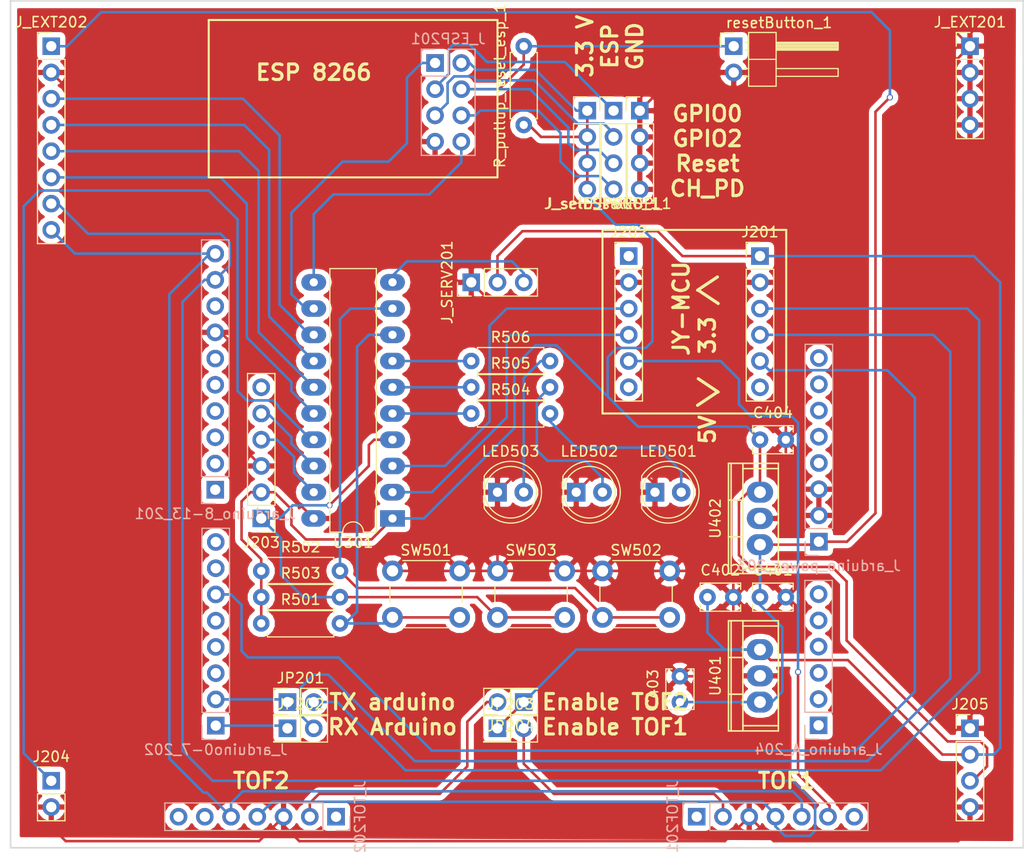
<source format=kicad_pcb>
(kicad_pcb (version 4) (host pcbnew 4.0.7)
  (layers (0 F.Cu signal) (31 B.Cu signal) (34 B.Paste user) (35 F.Paste user) (36 B.SilkS user) (37 F.SilkS user) (38 B.Mask user) (39 F.Mask user) (44 Edge.Cuts user))
  (net 0 "")
  (net 1 "Net-(J_arduino0-7_202-Pad3)")
  (net 2 "Net-(J_arduino0-7_202-Pad4)")
  (net 3 "Net-(J_arduino0-7_202-Pad5)")
  (net 4 "Net-(J_arduino0-7_202-Pad7)")
  (net 5 "Net-(J_arduino0-7_202-Pad8)")
  (net 6 "Net-(J_arduino_8-13_201-Pad1)")
  (net 7 "Net-(J_arduino_8-13_201-Pad2)")
  (net 8 "Net-(J_arduino_8-13_201-Pad3)")
  (net 9 "Net-(J_arduino_8-13_201-Pad4)")
  (net 10 "Net-(J_arduino_8-13_201-Pad5)")
  (net 11 "Net-(J_arduino_8-13_201-Pad6)")
  (net 12 GND)
  (net 13 "Net-(J_arduino_8-13_201-Pad8)")
  (net 14 Arduino-SDA)
  (net 15 Arduino-SCL)
  (net 16 "Net-(J_arduino_A_204-Pad1)")
  (net 17 "Net-(J_arduino_A_204-Pad2)")
  (net 18 "Net-(J_arduino_A_204-Pad3)")
  (net 19 "Net-(J_arduino_A_204-Pad4)")
  (net 20 "Net-(J_arduino_A_204-Pad5)")
  (net 21 "Net-(J_arduino_A_204-Pad6)")
  (net 22 Shield-ALIM+)
  (net 23 "Net-(J_arduino_power_203-Pad4)")
  (net 24 "Net-(J_arduino_power_203-Pad5)")
  (net 25 "Net-(J_arduino_power_203-Pad6)")
  (net 26 "Net-(J_arduino_power_203-Pad7)")
  (net 27 "Net-(J_arduino_power_203-Pad8)")
  (net 28 ESP-RX)
  (net 29 "/IO shield/ESP-GPIO0")
  (net 30 "/IO shield/ESP-RESET")
  (net 31 "/IO shield/ESP-GPIO2")
  (net 32 "/IO shield/ESP-CHPD")
  (net 33 ESP-TX)
  (net 34 GPIO_EXT1)
  (net 35 GPIO_EXT2)
  (net 36 GPIO_EXT3)
  (net 37 GPIO_EXT4)
  (net 38 5V_SERVO)
  (net 39 CTRL_Servo)
  (net 40 "/IO shield/TOF1_V_out")
  (net 41 "/IO shield/TOF1_GPIO")
  (net 42 "/IO shield/TOF2_V_out")
  (net 43 "/IO shield/TOF2_XSHUT")
  (net 44 "/IO shield/TOF2_GPIO")
  (net 45 TX_arduino_5V)
  (net 46 RX_ardunio_5V)
  (net 47 Arduino-CTRLTOFXSHUT)
  (net 48 "Net-(J201-Pad6)")
  (net 49 "Net-(J202-Pad1)")
  (net 50 TX_arduino_3.3V)
  (net 51 RX_ardunio_3.3V)
  (net 52 3.3-CTRLTOFXSHUT)
  (net 53 "Net-(J202-Pad6)")
  (net 54 "Net-(JP201-Pad1)")
  (net 55 "Net-(JP202-Pad1)")
  (net 56 P_RESET)
  (net 57 ICSPDAT)
  (net 58 ICSPCLK)
  (net 59 "Net-(J203-Pad6)")
  (net 60 GPIO_EXT5)
  (net 61 "Net-(JP203-Pad2)")
  (net 62 "Net-(JP204-Pad2)")
  (net 63 "Net-(LED501-Pad2)")
  (net 64 "Net-(LED502-Pad2)")
  (net 65 "Net-(LED503-Pad2)")
  (net 66 P_BUT1)
  (net 67 P_BUT2)
  (net 68 P_LED1)
  (net 69 P_LED2)
  (net 70 P_LED3)
  (net 71 3.3V_ext)
  (module Socket_Strips:Socket_Strip_Straight_1x10_Pitch2.54mm (layer B.Cu) (at 43.81 68.34)
    (fp_text reference J_arduino_8-13_201 (at 0 2.33) (layer B.SilkS) (effects (justify mirror)))
    (fp_text value CONN_01X10)
    (pad 1 thru_hole rect (at 0 0) (size 1.7 1.7) (drill 1) (layers *.Cu *.Mask) (net 6 "Net-(J_arduino_8-13_201-Pad1)"))
    (pad 2 thru_hole oval (at 0 -2.54) (size 1.7 1.7) (drill 1) (layers *.Cu *.Mask) (net 7 "Net-(J_arduino_8-13_201-Pad2)"))
    (pad 3 thru_hole oval (at 0 -5.08) (size 1.7 1.7) (drill 1) (layers *.Cu *.Mask) (net 8 "Net-(J_arduino_8-13_201-Pad3)"))
    (pad 4 thru_hole oval (at 0 -7.62) (size 1.7 1.7) (drill 1) (layers *.Cu *.Mask) (net 9 "Net-(J_arduino_8-13_201-Pad4)"))
    (pad 5 thru_hole oval (at 0 -10.16) (size 1.7 1.7) (drill 1) (layers *.Cu *.Mask) (net 10 "Net-(J_arduino_8-13_201-Pad5)"))
    (pad 6 thru_hole oval (at 0 -12.7) (size 1.7 1.7) (drill 1) (layers *.Cu *.Mask) (net 11 "Net-(J_arduino_8-13_201-Pad6)"))
    (pad 7 thru_hole oval (at 0 -15.24) (size 1.7 1.7) (drill 1) (layers *.Cu *.Mask) (net 12 GND))
    (pad 8 thru_hole oval (at 0 -17.78) (size 1.7 1.7) (drill 1) (layers *.Cu *.Mask) (net 13 "Net-(J_arduino_8-13_201-Pad8)"))
    (pad 9 thru_hole oval (at 0 -20.32) (size 1.7 1.7) (drill 1) (layers *.Cu *.Mask) (net 14 Arduino-SDA))
    (pad 10 thru_hole oval (at 0 -22.86) (size 1.7 1.7) (drill 1) (layers *.Cu *.Mask) (net 15 Arduino-SCL))
  )
  (module Socket_Strips:Socket_Strip_Straight_1x06_Pitch2.54mm (layer B.Cu) (at 102.19 91.15)
    (fp_text reference J_arduino_A_204 (at 0 2.33) (layer B.SilkS) (effects (justify mirror)))
    (fp_text value CONN_01X06)
    (pad 1 thru_hole rect (at 0 0) (size 1.7 1.7) (drill 1) (layers *.Cu *.Mask) (net 16 "Net-(J_arduino_A_204-Pad1)"))
    (pad 2 thru_hole oval (at 0 -2.54) (size 1.7 1.7) (drill 1) (layers *.Cu *.Mask) (net 17 "Net-(J_arduino_A_204-Pad2)"))
    (pad 3 thru_hole oval (at 0 -5.08) (size 1.7 1.7) (drill 1) (layers *.Cu *.Mask) (net 18 "Net-(J_arduino_A_204-Pad3)"))
    (pad 4 thru_hole oval (at 0 -7.62) (size 1.7 1.7) (drill 1) (layers *.Cu *.Mask) (net 19 "Net-(J_arduino_A_204-Pad4)"))
    (pad 5 thru_hole oval (at 0 -10.16) (size 1.7 1.7) (drill 1) (layers *.Cu *.Mask) (net 20 "Net-(J_arduino_A_204-Pad5)"))
    (pad 6 thru_hole oval (at 0 -12.7) (size 1.7 1.7) (drill 1) (layers *.Cu *.Mask) (net 21 "Net-(J_arduino_A_204-Pad6)"))
  )
  (module Socket_Strips:Socket_Strip_Straight_1x08_Pitch2.54mm (layer B.Cu) (at 102.22 73.37)
    (fp_text reference J_arduino_power_203 (at 0 2.33) (layer B.SilkS) (effects (justify mirror)))
    (fp_text value CONN_01X08)
    (pad 1 thru_hole rect (at 0 0) (size 1.7 1.7) (drill 1) (layers *.Cu *.Mask) (net 22 Shield-ALIM+))
    (pad 2 thru_hole oval (at 0 -2.54) (size 1.7 1.7) (drill 1) (layers *.Cu *.Mask) (net 12 GND))
    (pad 3 thru_hole oval (at 0 -5.08) (size 1.7 1.7) (drill 1) (layers *.Cu *.Mask) (net 12 GND))
    (pad 4 thru_hole oval (at 0 -7.62) (size 1.7 1.7) (drill 1) (layers *.Cu *.Mask) (net 23 "Net-(J_arduino_power_203-Pad4)"))
    (pad 5 thru_hole oval (at 0 -10.16) (size 1.7 1.7) (drill 1) (layers *.Cu *.Mask) (net 24 "Net-(J_arduino_power_203-Pad5)"))
    (pad 6 thru_hole oval (at 0 -12.7) (size 1.7 1.7) (drill 1) (layers *.Cu *.Mask) (net 25 "Net-(J_arduino_power_203-Pad6)"))
    (pad 7 thru_hole oval (at 0 -15.24) (size 1.7 1.7) (drill 1) (layers *.Cu *.Mask) (net 26 "Net-(J_arduino_power_203-Pad7)"))
    (pad 8 thru_hole oval (at 0 -17.78) (size 1.7 1.7) (drill 1) (layers *.Cu *.Mask) (net 27 "Net-(J_arduino_power_203-Pad8)"))
  )
  (module Socket_Strips:Socket_Strip_Straight_2x04_Pitch2.54mm (layer B.Cu) (at 65.08 27.02 180)
    (fp_text reference J_ESP201 (at -1.27 2.33 180) (layer B.SilkS) (effects (justify mirror)))
    (fp_text value CONN_02X04)
    (pad 1 thru_hole rect (at 0 0 180) (size 1.7 1.7) (drill 1) (layers *.Cu *.Mask) (net 28 ESP-RX))
    (pad 2 thru_hole oval (at -2.54 0 180) (size 1.7 1.7) (drill 1) (layers *.Cu *.Mask) (net 71 3.3V_ext))
    (pad 3 thru_hole oval (at 0 -2.54 180) (size 1.7 1.7) (drill 1) (layers *.Cu *.Mask) (net 29 "/IO shield/ESP-GPIO0"))
    (pad 4 thru_hole oval (at -2.54 -2.54 180) (size 1.7 1.7) (drill 1) (layers *.Cu *.Mask) (net 30 "/IO shield/ESP-RESET"))
    (pad 5 thru_hole oval (at 0 -5.08 180) (size 1.7 1.7) (drill 1) (layers *.Cu *.Mask) (net 31 "/IO shield/ESP-GPIO2"))
    (pad 6 thru_hole oval (at -2.54 -5.08 180) (size 1.7 1.7) (drill 1) (layers *.Cu *.Mask) (net 32 "/IO shield/ESP-CHPD"))
    (pad 7 thru_hole oval (at 0 -7.62 180) (size 1.7 1.7) (drill 1) (layers *.Cu *.Mask) (net 12 GND))
    (pad 8 thru_hole oval (at -2.54 -7.62 180) (size 1.7 1.7) (drill 1) (layers *.Cu *.Mask) (net 33 ESP-TX))
  )
  (module Socket_Strips:Socket_Strip_Straight_1x04_Pitch2.54mm (layer F.Cu) (at 116.84 25.4)
    (fp_text reference J_EXT201 (at 0 -2.33) (layer F.SilkS))
    (fp_text value CONN_01X04)
    (pad 1 thru_hole rect (at 0 0) (size 1.7 1.7) (drill 1) (layers *.Cu *.Mask) (net 12 GND))
    (pad 2 thru_hole oval (at 0 2.54) (size 1.7 1.7) (drill 1) (layers *.Cu *.Mask) (net 12 GND))
    (pad 3 thru_hole oval (at 0 5.08) (size 1.7 1.7) (drill 1) (layers *.Cu *.Mask) (net 12 GND))
    (pad 4 thru_hole oval (at 0 7.62) (size 1.7 1.7) (drill 1) (layers *.Cu *.Mask) (net 12 GND))
  )
  (module Socket_Strips:Socket_Strip_Straight_1x08_Pitch2.54mm (layer F.Cu) (at 27.94 25.4)
    (fp_text reference J_EXT202 (at 0 -2.33) (layer F.SilkS))
    (fp_text value CONN_01X08)
    (pad 1 thru_hole rect (at 0 0) (size 1.7 1.7) (drill 1) (layers *.Cu *.Mask) (net 22 Shield-ALIM+))
    (pad 2 thru_hole oval (at 0 2.54) (size 1.7 1.7) (drill 1) (layers *.Cu *.Mask) (net 12 GND))
    (pad 3 thru_hole oval (at 0 5.08) (size 1.7 1.7) (drill 1) (layers *.Cu *.Mask) (net 34 GPIO_EXT1))
    (pad 4 thru_hole oval (at 0 7.62) (size 1.7 1.7) (drill 1) (layers *.Cu *.Mask) (net 35 GPIO_EXT2))
    (pad 5 thru_hole oval (at 0 10.16) (size 1.7 1.7) (drill 1) (layers *.Cu *.Mask) (net 36 GPIO_EXT3))
    (pad 6 thru_hole oval (at 0 12.7) (size 1.7 1.7) (drill 1) (layers *.Cu *.Mask) (net 37 GPIO_EXT4))
    (pad 7 thru_hole oval (at 0 15.24) (size 1.7 1.7) (drill 1) (layers *.Cu *.Mask) (net 14 Arduino-SDA))
    (pad 8 thru_hole oval (at 0 17.78) (size 1.7 1.7) (drill 1) (layers *.Cu *.Mask) (net 15 Arduino-SCL))
  )
  (module Socket_Strips:Socket_Strip_Straight_1x04_Pitch2.54mm (layer F.Cu) (at 84.89 31.64)
    (fp_text reference J_selESPGND_1 (at -3.61 9) (layer F.SilkS))
    (fp_text value Conn_01x04)
    (pad 1 thru_hole rect (at 0 0) (size 1.7 1.7) (drill 1) (layers *.Cu *.Mask) (net 12 GND))
    (pad 2 thru_hole oval (at 0 2.54) (size 1.7 1.7) (drill 1) (layers *.Cu *.Mask) (net 12 GND))
    (pad 3 thru_hole oval (at 0 5.08) (size 1.7 1.7) (drill 1) (layers *.Cu *.Mask) (net 12 GND))
    (pad 4 thru_hole oval (at 0 7.62) (size 1.7 1.7) (drill 1) (layers *.Cu *.Mask) (net 12 GND))
  )
  (module Socket_Strips:Socket_Strip_Straight_1x04_Pitch2.54mm (layer F.Cu) (at 79.81 31.64)
    (fp_text reference J_selESPVCC_1 (at 1.47 9) (layer F.SilkS))
    (fp_text value Conn_01x04)
    (pad 1 thru_hole rect (at 0 0) (size 1.7 1.7) (drill 1) (layers *.Cu *.Mask) (net 71 3.3V_ext))
    (pad 2 thru_hole oval (at 0 2.54) (size 1.7 1.7) (drill 1) (layers *.Cu *.Mask) (net 71 3.3V_ext))
    (pad 3 thru_hole oval (at 0 5.08) (size 1.7 1.7) (drill 1) (layers *.Cu *.Mask) (net 71 3.3V_ext))
    (pad 4 thru_hole oval (at 0 7.62) (size 1.7 1.7) (drill 1) (layers *.Cu *.Mask) (net 71 3.3V_ext))
  )
  (module Socket_Strips:Socket_Strip_Straight_1x04_Pitch2.54mm (layer F.Cu) (at 82.35 31.64)
    (fp_text reference J_selESP_1 (at 1.47 9) (layer F.SilkS))
    (fp_text value Conn_01x04)
    (pad 1 thru_hole rect (at 0 0) (size 1.7 1.7) (drill 1) (layers *.Cu *.Mask) (net 29 "/IO shield/ESP-GPIO0"))
    (pad 2 thru_hole oval (at 0 2.54) (size 1.7 1.7) (drill 1) (layers *.Cu *.Mask) (net 31 "/IO shield/ESP-GPIO2"))
    (pad 3 thru_hole oval (at 0 5.08) (size 1.7 1.7) (drill 1) (layers *.Cu *.Mask) (net 30 "/IO shield/ESP-RESET"))
    (pad 4 thru_hole oval (at 0 7.62) (size 1.7 1.7) (drill 1) (layers *.Cu *.Mask) (net 32 "/IO shield/ESP-CHPD"))
  )
  (module Socket_Strips:Socket_Strip_Straight_1x03_Pitch2.54mm (layer F.Cu) (at 68.58 48.26 90)
    (fp_text reference J_SERV201 (at 0 -2.33 90) (layer F.SilkS))
    (fp_text value CONN_01X03)
    (pad 1 thru_hole rect (at 0 0 90) (size 1.7 1.7) (drill 1) (layers *.Cu *.Mask) (net 12 GND))
    (pad 2 thru_hole oval (at 0 2.54 90) (size 1.7 1.7) (drill 1) (layers *.Cu *.Mask) (net 38 5V_SERVO))
    (pad 3 thru_hole oval (at 0 5.08 90) (size 1.7 1.7) (drill 1) (layers *.Cu *.Mask) (net 39 CTRL_Servo))
  )
  (module Socket_Strips:Socket_Strip_Straight_1x07_Pitch2.54mm (layer B.Cu) (at 90.4 100 270)
    (fp_text reference J_TOF201 (at 0 2.33 270) (layer B.SilkS) (effects (justify mirror)))
    (fp_text value CONN_01X07)
    (pad 1 thru_hole rect (at 0 0 270) (size 1.7 1.7) (drill 1) (layers *.Cu *.Mask) (net 40 "/IO shield/TOF1_V_out"))
    (pad 2 thru_hole oval (at 0 -2.54 270) (size 1.7 1.7) (drill 1) (layers *.Cu *.Mask) (net 61 "Net-(JP203-Pad2)"))
    (pad 3 thru_hole oval (at 0 -5.08 270) (size 1.7 1.7) (drill 1) (layers *.Cu *.Mask) (net 12 GND))
    (pad 4 thru_hole oval (at 0 -7.62 270) (size 1.7 1.7) (drill 1) (layers *.Cu *.Mask) (net 14 Arduino-SDA))
    (pad 5 thru_hole oval (at 0 -10.16 270) (size 1.7 1.7) (drill 1) (layers *.Cu *.Mask) (net 15 Arduino-SCL))
    (pad 6 thru_hole oval (at 0 -12.7 270) (size 1.7 1.7) (drill 1) (layers *.Cu *.Mask) (net 52 3.3-CTRLTOFXSHUT))
    (pad 7 thru_hole oval (at 0 -15.24 270) (size 1.7 1.7) (drill 1) (layers *.Cu *.Mask) (net 41 "/IO shield/TOF1_GPIO"))
  )
  (module Socket_Strips:Socket_Strip_Straight_1x07_Pitch2.54mm (layer B.Cu) (at 55.5 100 90)
    (fp_text reference J_TOF202 (at 0 2.33 90) (layer B.SilkS) (effects (justify mirror)))
    (fp_text value CONN_01X07)
    (pad 1 thru_hole rect (at 0 0 90) (size 1.7 1.7) (drill 1) (layers *.Cu *.Mask) (net 42 "/IO shield/TOF2_V_out"))
    (pad 2 thru_hole oval (at 0 -2.54 90) (size 1.7 1.7) (drill 1) (layers *.Cu *.Mask) (net 62 "Net-(JP204-Pad2)"))
    (pad 3 thru_hole oval (at 0 -5.08 90) (size 1.7 1.7) (drill 1) (layers *.Cu *.Mask) (net 12 GND))
    (pad 4 thru_hole oval (at 0 -7.62 90) (size 1.7 1.7) (drill 1) (layers *.Cu *.Mask) (net 14 Arduino-SDA))
    (pad 5 thru_hole oval (at 0 -10.16 90) (size 1.7 1.7) (drill 1) (layers *.Cu *.Mask) (net 15 Arduino-SCL))
    (pad 6 thru_hole oval (at 0 -12.7 90) (size 1.7 1.7) (drill 1) (layers *.Cu *.Mask) (net 43 "/IO shield/TOF2_XSHUT"))
    (pad 7 thru_hole oval (at 0 -15.24 90) (size 1.7 1.7) (drill 1) (layers *.Cu *.Mask) (net 44 "/IO shield/TOF2_GPIO"))
  )
  (module Power_Integrations:TO-220 (layer F.Cu) (at 96.52 86.36 90)
    (fp_text reference U401 (at 0 -4.318 90) (layer F.SilkS))
    (fp_text value 7805)
    (pad 2 thru_hole oval (at 0 0 90) (size 2.032 2.54) (drill 1.143) (layers *.Cu *.Mask) (net 12 GND))
    (pad 3 thru_hole oval (at 2.54 0 90) (size 2.032 2.54) (drill 1.143) (layers *.Cu *.Mask) (net 38 5V_SERVO))
    (pad 1 thru_hole oval (at -2.54 0 90) (size 2.032 2.54) (drill 1.143) (layers *.Cu *.Mask) (net 22 Shield-ALIM+))
  )
  (module Power_Integrations:TO-220 (layer F.Cu) (at 96.52 71.12 90)
    (fp_text reference U402 (at 0 -4.318 90) (layer F.SilkS))
    (fp_text value LF33CDT-TRY)
    (pad 2 thru_hole oval (at 0 0 90) (size 2.032 2.54) (drill 1.143) (layers *.Cu *.Mask) (net 12 GND))
    (pad 3 thru_hole oval (at 2.54 0 90) (size 2.032 2.54) (drill 1.143) (layers *.Cu *.Mask) (net 71 3.3V_ext))
    (pad 1 thru_hole oval (at -2.54 0 90) (size 2.032 2.54) (drill 1.143) (layers *.Cu *.Mask) (net 22 Shield-ALIM+))
  )
  (module Socket_Strips:Socket_Strip_Straight_1x06_Pitch2.54mm (layer F.Cu) (at 96.52 45.72)
    (fp_text reference J201 (at 0 -2.33) (layer F.SilkS))
    (fp_text value Conn_01x06)
    (pad 1 thru_hole rect (at 0 0) (size 1.7 1.7) (drill 1) (layers *.Cu *.Mask) (net 38 5V_SERVO))
    (pad 2 thru_hole oval (at 0 2.54) (size 1.7 1.7) (drill 1) (layers *.Cu *.Mask) (net 12 GND))
    (pad 3 thru_hole oval (at 0 5.08) (size 1.7 1.7) (drill 1) (layers *.Cu *.Mask) (net 45 TX_arduino_5V))
    (pad 4 thru_hole oval (at 0 7.62) (size 1.7 1.7) (drill 1) (layers *.Cu *.Mask) (net 46 RX_ardunio_5V))
    (pad 5 thru_hole oval (at 0 10.16) (size 1.7 1.7) (drill 1) (layers *.Cu *.Mask) (net 47 Arduino-CTRLTOFXSHUT))
    (pad 6 thru_hole oval (at 0 12.7) (size 1.7 1.7) (drill 1) (layers *.Cu *.Mask) (net 48 "Net-(J201-Pad6)"))
  )
  (module Socket_Strips:Socket_Strip_Straight_1x06_Pitch2.54mm (layer F.Cu) (at 83.82 45.72)
    (fp_text reference J202 (at 0 -2.33) (layer F.SilkS))
    (fp_text value Conn_01x06)
    (pad 1 thru_hole rect (at 0 0) (size 1.7 1.7) (drill 1) (layers *.Cu *.Mask) (net 49 "Net-(J202-Pad1)"))
    (pad 2 thru_hole oval (at 0 2.54) (size 1.7 1.7) (drill 1) (layers *.Cu *.Mask) (net 12 GND))
    (pad 3 thru_hole oval (at 0 5.08) (size 1.7 1.7) (drill 1) (layers *.Cu *.Mask) (net 50 TX_arduino_3.3V))
    (pad 4 thru_hole oval (at 0 7.62) (size 1.7 1.7) (drill 1) (layers *.Cu *.Mask) (net 51 RX_ardunio_3.3V))
    (pad 5 thru_hole oval (at 0 10.16) (size 1.7 1.7) (drill 1) (layers *.Cu *.Mask) (net 52 3.3-CTRLTOFXSHUT))
    (pad 6 thru_hole oval (at 0 12.7) (size 1.7 1.7) (drill 1) (layers *.Cu *.Mask) (net 53 "Net-(J202-Pad6)"))
  )
  (module Pin_Headers:Pin_Header_Straight_2x01_Pitch2.54mm (layer F.Cu) (at 50.8 88.9)
    (fp_text reference JP201 (at 1.27 -2.33) (layer F.SilkS))
    (fp_text value Jumper)
    (pad 1 thru_hole rect (at 0 0) (size 1.7 1.7) (drill 1) (layers *.Cu *.Mask) (net 54 "Net-(JP201-Pad1)"))
    (pad 2 thru_hole oval (at 2.54 0) (size 1.7 1.7) (drill 1) (layers *.Cu *.Mask) (net 45 TX_arduino_5V))
  )
  (module Pin_Headers:Pin_Header_Straight_2x01_Pitch2.54mm (layer F.Cu) (at 50.8 91.44)
    (fp_text reference JP202 (at 1.27 -2.33) (layer F.SilkS))
    (fp_text value Jumper)
    (pad 1 thru_hole rect (at 0 0) (size 1.7 1.7) (drill 1) (layers *.Cu *.Mask) (net 55 "Net-(JP202-Pad1)"))
    (pad 2 thru_hole oval (at 2.54 0) (size 1.7 1.7) (drill 1) (layers *.Cu *.Mask) (net 46 RX_ardunio_5V))
  )
  (module Socket_Strips:Socket_Strip_Straight_1x08_Pitch2.54mm (layer B.Cu) (at 43.86 91.18)
    (fp_text reference J_arduino0-7_202 (at 0 2.33) (layer B.SilkS) (effects (justify mirror)))
    (fp_text value CONN_01X08)
    (pad 1 thru_hole rect (at 0 0) (size 1.7 1.7) (drill 1) (layers *.Cu *.Mask) (net 55 "Net-(JP202-Pad1)"))
    (pad 2 thru_hole oval (at 0 -2.54) (size 1.7 1.7) (drill 1) (layers *.Cu *.Mask) (net 54 "Net-(JP201-Pad1)"))
    (pad 3 thru_hole oval (at 0 -5.08) (size 1.7 1.7) (drill 1) (layers *.Cu *.Mask) (net 1 "Net-(J_arduino0-7_202-Pad3)"))
    (pad 4 thru_hole oval (at 0 -7.62) (size 1.7 1.7) (drill 1) (layers *.Cu *.Mask) (net 2 "Net-(J_arduino0-7_202-Pad4)"))
    (pad 5 thru_hole oval (at 0 -10.16) (size 1.7 1.7) (drill 1) (layers *.Cu *.Mask) (net 3 "Net-(J_arduino0-7_202-Pad5)"))
    (pad 6 thru_hole oval (at 0 -12.7) (size 1.7 1.7) (drill 1) (layers *.Cu *.Mask) (net 47 Arduino-CTRLTOFXSHUT))
    (pad 7 thru_hole oval (at 0 -15.24) (size 1.7 1.7) (drill 1) (layers *.Cu *.Mask) (net 4 "Net-(J_arduino0-7_202-Pad7)"))
    (pad 8 thru_hole oval (at 0 -17.78) (size 1.7 1.7) (drill 1) (layers *.Cu *.Mask) (net 5 "Net-(J_arduino0-7_202-Pad8)"))
  )
  (module Capacitors_THT:C_Disc_D3.8mm_W2.6mm_P2.50mm (layer F.Cu) (at 96.52 78.74)
    (fp_text reference C401 (at 1.25 -2.61) (layer F.SilkS))
    (fp_text value C)
    (pad 1 thru_hole circle (at 0 0) (size 1.6 1.6) (drill 0.8) (layers *.Cu *.Mask) (net 22 Shield-ALIM+))
    (pad 2 thru_hole circle (at 2.5 0) (size 1.6 1.6) (drill 0.8) (layers *.Cu *.Mask) (net 12 GND))
  )
  (module Capacitors_THT:C_Disc_D3.8mm_W2.6mm_P2.50mm (layer F.Cu) (at 91.44 78.74)
    (fp_text reference C402 (at 1.25 -2.61) (layer F.SilkS))
    (fp_text value C)
    (pad 1 thru_hole circle (at 0 0) (size 1.6 1.6) (drill 0.8) (layers *.Cu *.Mask) (net 38 5V_SERVO))
    (pad 2 thru_hole circle (at 2.5 0) (size 1.6 1.6) (drill 0.8) (layers *.Cu *.Mask) (net 12 GND))
  )
  (module Capacitors_THT:C_Disc_D3.8mm_W2.6mm_P2.50mm (layer F.Cu) (at 88.773 88.9 90)
    (fp_text reference C403 (at 1.25 -2.61 90) (layer F.SilkS))
    (fp_text value C)
    (pad 1 thru_hole circle (at 0 0 90) (size 1.6 1.6) (drill 0.8) (layers *.Cu *.Mask) (net 22 Shield-ALIM+))
    (pad 2 thru_hole circle (at 2.5 0 90) (size 1.6 1.6) (drill 0.8) (layers *.Cu *.Mask) (net 12 GND))
  )
  (module Capacitors_THT:C_Disc_D3.8mm_W2.6mm_P2.50mm (layer F.Cu) (at 96.52 63.5)
    (fp_text reference C404 (at 1.25 -2.61) (layer F.SilkS))
    (fp_text value C)
    (pad 1 thru_hole circle (at 0 0) (size 1.6 1.6) (drill 0.8) (layers *.Cu *.Mask) (net 71 3.3V_ext))
    (pad 2 thru_hole circle (at 2.5 0) (size 1.6 1.6) (drill 0.8) (layers *.Cu *.Mask) (net 12 GND))
  )
  (module Pin_Headers:Pin_Header_Straight_1x06_Pitch2.54mm (layer F.Cu) (at 48.26 71.12 180)
    (fp_text reference J203 (at 0 -2.33 180) (layer F.SilkS))
    (fp_text value Conn_01x06)
    (pad 1 thru_hole rect (at 0 0 180) (size 1.7 1.7) (drill 1) (layers *.Cu *.Mask) (net 56 P_RESET))
    (pad 2 thru_hole oval (at 0 2.54 180) (size 1.7 1.7) (drill 1) (layers *.Cu *.Mask) (net 71 3.3V_ext))
    (pad 3 thru_hole oval (at 0 5.08 180) (size 1.7 1.7) (drill 1) (layers *.Cu *.Mask) (net 12 GND))
    (pad 4 thru_hole oval (at 0 7.62 180) (size 1.7 1.7) (drill 1) (layers *.Cu *.Mask) (net 57 ICSPDAT))
    (pad 5 thru_hole oval (at 0 10.16 180) (size 1.7 1.7) (drill 1) (layers *.Cu *.Mask) (net 58 ICSPCLK))
    (pad 6 thru_hole oval (at 0 12.7 180) (size 1.7 1.7) (drill 1) (layers *.Cu *.Mask) (net 59 "Net-(J203-Pad6)"))
  )
  (module Pin_Headers:Pin_Header_Straight_1x02_Pitch2.54mm (layer F.Cu) (at 27.94 96.52)
    (fp_text reference J204 (at 0 -2.33) (layer F.SilkS))
    (fp_text value Conn_01x02)
    (pad 1 thru_hole rect (at 0 0) (size 1.7 1.7) (drill 1) (layers *.Cu *.Mask) (net 60 GPIO_EXT5))
    (pad 2 thru_hole oval (at 0 2.54) (size 1.7 1.7) (drill 1) (layers *.Cu *.Mask) (net 12 GND))
  )
  (module Pin_Headers:Pin_Header_Straight_2x01_Pitch2.54mm (layer F.Cu) (at 71.12 91.44)
    (fp_text reference JP203 (at 1.27 -2.33) (layer F.SilkS))
    (fp_text value Jumper)
    (pad 1 thru_hole rect (at 0 0) (size 1.7 1.7) (drill 1) (layers *.Cu *.Mask) (net 38 5V_SERVO))
    (pad 2 thru_hole oval (at 2.54 0) (size 1.7 1.7) (drill 1) (layers *.Cu *.Mask) (net 61 "Net-(JP203-Pad2)"))
  )
  (module Pin_Headers:Pin_Header_Straight_2x01_Pitch2.54mm (layer F.Cu) (at 73.66 88.9 180)
    (fp_text reference JP204 (at 1.27 -2.33 180) (layer F.SilkS))
    (fp_text value Jumper)
    (pad 1 thru_hole rect (at 0 0 180) (size 1.7 1.7) (drill 1) (layers *.Cu *.Mask) (net 38 5V_SERVO))
    (pad 2 thru_hole oval (at 2.54 0 180) (size 1.7 1.7) (drill 1) (layers *.Cu *.Mask) (net 62 "Net-(JP204-Pad2)"))
  )
  (module LEDs:LED_D5.0mm (layer F.Cu) (at 86.36 68.58)
    (fp_text reference LED501 (at 1.27 -3.96) (layer F.SilkS))
    (fp_text value LED)
    (pad 1 thru_hole rect (at 0 0) (size 1.8 1.8) (drill 0.9) (layers *.Cu *.Mask) (net 12 GND))
    (pad 2 thru_hole circle (at 2.54 0) (size 1.8 1.8) (drill 0.9) (layers *.Cu *.Mask) (net 63 "Net-(LED501-Pad2)"))
  )
  (module LEDs:LED_D5.0mm (layer F.Cu) (at 78.74 68.58)
    (fp_text reference LED502 (at 1.27 -3.96) (layer F.SilkS))
    (fp_text value LED)
    (pad 1 thru_hole rect (at 0 0) (size 1.8 1.8) (drill 0.9) (layers *.Cu *.Mask) (net 12 GND))
    (pad 2 thru_hole circle (at 2.54 0) (size 1.8 1.8) (drill 0.9) (layers *.Cu *.Mask) (net 64 "Net-(LED502-Pad2)"))
  )
  (module LEDs:LED_D5.0mm (layer F.Cu) (at 71.12 68.58)
    (fp_text reference LED503 (at 1.27 -3.96) (layer F.SilkS))
    (fp_text value LED)
    (pad 1 thru_hole rect (at 0 0) (size 1.8 1.8) (drill 0.9) (layers *.Cu *.Mask) (net 12 GND))
    (pad 2 thru_hole circle (at 2.54 0) (size 1.8 1.8) (drill 0.9) (layers *.Cu *.Mask) (net 65 "Net-(LED503-Pad2)"))
  )
  (module Resistors_THT:R_Axial_DIN0207_L6.3mm_D2.5mm_P7.62mm_Horizontal (layer F.Cu) (at 48.26 81.28)
    (fp_text reference R501 (at 3.81 -2.31) (layer F.SilkS))
    (fp_text value R)
    (pad 1 thru_hole circle (at 0 0) (size 1.6 1.6) (drill 0.8) (layers *.Cu *.Mask) (net 71 3.3V_ext))
    (pad 2 thru_hole oval (at 7.62 0) (size 1.6 1.6) (drill 0.8) (layers *.Cu *.Mask) (net 66 P_BUT1))
  )
  (module Resistors_THT:R_Axial_DIN0207_L6.3mm_D2.5mm_P7.62mm_Horizontal (layer F.Cu) (at 48.26 76.2)
    (fp_text reference R502 (at 3.81 -2.31) (layer F.SilkS))
    (fp_text value R)
    (pad 1 thru_hole circle (at 0 0) (size 1.6 1.6) (drill 0.8) (layers *.Cu *.Mask) (net 71 3.3V_ext))
    (pad 2 thru_hole oval (at 7.62 0) (size 1.6 1.6) (drill 0.8) (layers *.Cu *.Mask) (net 67 P_BUT2))
  )
  (module Resistors_THT:R_Axial_DIN0207_L6.3mm_D2.5mm_P7.62mm_Horizontal (layer F.Cu) (at 48.26 78.74)
    (fp_text reference R503 (at 3.81 -2.31) (layer F.SilkS))
    (fp_text value R)
    (pad 1 thru_hole circle (at 0 0) (size 1.6 1.6) (drill 0.8) (layers *.Cu *.Mask) (net 71 3.3V_ext))
    (pad 2 thru_hole oval (at 7.62 0) (size 1.6 1.6) (drill 0.8) (layers *.Cu *.Mask) (net 56 P_RESET))
  )
  (module Resistors_THT:R_Axial_DIN0207_L6.3mm_D2.5mm_P7.62mm_Horizontal (layer F.Cu) (at 68.58 60.96)
    (fp_text reference R504 (at 3.81 -2.31) (layer F.SilkS))
    (fp_text value R)
    (pad 1 thru_hole circle (at 0 0) (size 1.6 1.6) (drill 0.8) (layers *.Cu *.Mask) (net 68 P_LED1))
    (pad 2 thru_hole oval (at 7.62 0) (size 1.6 1.6) (drill 0.8) (layers *.Cu *.Mask) (net 63 "Net-(LED501-Pad2)"))
  )
  (module Resistors_THT:R_Axial_DIN0207_L6.3mm_D2.5mm_P7.62mm_Horizontal (layer F.Cu) (at 68.58 58.42)
    (fp_text reference R505 (at 3.81 -2.31) (layer F.SilkS))
    (fp_text value R)
    (pad 1 thru_hole circle (at 0 0) (size 1.6 1.6) (drill 0.8) (layers *.Cu *.Mask) (net 69 P_LED2))
    (pad 2 thru_hole oval (at 7.62 0) (size 1.6 1.6) (drill 0.8) (layers *.Cu *.Mask) (net 64 "Net-(LED502-Pad2)"))
  )
  (module Resistors_THT:R_Axial_DIN0207_L6.3mm_D2.5mm_P7.62mm_Horizontal (layer F.Cu) (at 68.58 55.88)
    (fp_text reference R506 (at 3.81 -2.31) (layer F.SilkS))
    (fp_text value R)
    (pad 1 thru_hole circle (at 0 0) (size 1.6 1.6) (drill 0.8) (layers *.Cu *.Mask) (net 70 P_LED3))
    (pad 2 thru_hole oval (at 7.62 0) (size 1.6 1.6) (drill 0.8) (layers *.Cu *.Mask) (net 65 "Net-(LED503-Pad2)"))
  )
  (module Pin_Headers:Pin_Header_Angled_1x02_Pitch2.54mm (layer F.Cu) (at 93.98 25.4)
    (fp_text reference resetButton_1 (at 4.385 -2.27) (layer F.SilkS))
    (fp_text value Conn_01x02)
    (pad 1 thru_hole rect (at 0 0) (size 1.7 1.7) (drill 1) (layers *.Cu *.Mask) (net 30 "/IO shield/ESP-RESET"))
    (pad 2 thru_hole oval (at 0 2.54) (size 1.7 1.7) (drill 1) (layers *.Cu *.Mask) (net 12 GND))
  )
  (module Resistors_THT:R_Axial_DIN0207_L6.3mm_D2.5mm_P7.62mm_Horizontal (layer F.Cu) (at 73.66 33.02 90)
    (fp_text reference R_pullup_reset_esp_1 (at 3.81 -2.31 90) (layer F.SilkS))
    (fp_text value R)
    (pad 1 thru_hole circle (at 0 0 90) (size 1.6 1.6) (drill 0.8) (layers *.Cu *.Mask) (net 71 3.3V_ext))
    (pad 2 thru_hole oval (at 7.62 0 90) (size 1.6 1.6) (drill 0.8) (layers *.Cu *.Mask) (net 30 "/IO shield/ESP-RESET"))
  )
  (module Buttons_Switches_THT:SW_PUSH_6mm (layer F.Cu) (at 60.96 76.2)
    (fp_text reference SW501 (at 3.25 -2) (layer F.SilkS))
    (fp_text value SW_Push)
    (pad 2 thru_hole circle (at 0 4.5 90) (size 2 2) (drill 1.1) (layers *.Cu *.Mask) (net 66 P_BUT1))
    (pad 1 thru_hole circle (at 0 0 90) (size 2 2) (drill 1.1) (layers *.Cu *.Mask) (net 12 GND))
    (pad 2 thru_hole circle (at 6.5 4.5 90) (size 2 2) (drill 1.1) (layers *.Cu *.Mask) (net 66 P_BUT1))
    (pad 1 thru_hole circle (at 6.5 0 90) (size 2 2) (drill 1.1) (layers *.Cu *.Mask) (net 12 GND))
  )
  (module Buttons_Switches_THT:SW_PUSH_6mm (layer F.Cu) (at 81.28 76.2)
    (fp_text reference SW502 (at 3.25 -2) (layer F.SilkS))
    (fp_text value SW_Push)
    (pad 2 thru_hole circle (at 0 4.5 90) (size 2 2) (drill 1.1) (layers *.Cu *.Mask) (net 67 P_BUT2))
    (pad 1 thru_hole circle (at 0 0 90) (size 2 2) (drill 1.1) (layers *.Cu *.Mask) (net 12 GND))
    (pad 2 thru_hole circle (at 6.5 4.5 90) (size 2 2) (drill 1.1) (layers *.Cu *.Mask) (net 67 P_BUT2))
    (pad 1 thru_hole circle (at 6.5 0 90) (size 2 2) (drill 1.1) (layers *.Cu *.Mask) (net 12 GND))
  )
  (module Buttons_Switches_THT:SW_PUSH_6mm (layer F.Cu) (at 71.12 76.2)
    (fp_text reference SW503 (at 3.25 -2) (layer F.SilkS))
    (fp_text value SW_Push)
    (pad 2 thru_hole circle (at 0 4.5 90) (size 2 2) (drill 1.1) (layers *.Cu *.Mask) (net 56 P_RESET))
    (pad 1 thru_hole circle (at 0 0 90) (size 2 2) (drill 1.1) (layers *.Cu *.Mask) (net 12 GND))
    (pad 2 thru_hole circle (at 6.5 4.5 90) (size 2 2) (drill 1.1) (layers *.Cu *.Mask) (net 56 P_RESET))
    (pad 1 thru_hole circle (at 6.5 0 90) (size 2 2) (drill 1.1) (layers *.Cu *.Mask) (net 12 GND))
  )
  (module Housings_DIP:DIP-20_W7.62mm_LongPads (layer F.Cu) (at 60.96 71.12 180)
    (fp_text reference U301 (at 3.81 -2.33 180) (layer F.SilkS))
    (fp_text value Pic16f15345)
    (pad 1 thru_hole rect (at 0 0 180) (size 2.4 1.6) (drill 0.8) (layers *.Cu *.Mask) (net 71 3.3V_ext))
    (pad 11 thru_hole oval (at 7.62 22.86 180) (size 2.4 1.6) (drill 0.8) (layers *.Cu *.Mask) (net 33 ESP-TX))
    (pad 2 thru_hole oval (at 0 2.54 180) (size 2.4 1.6) (drill 0.8) (layers *.Cu *.Mask) (net 51 RX_ardunio_3.3V))
    (pad 12 thru_hole oval (at 7.62 20.32 180) (size 2.4 1.6) (drill 0.8) (layers *.Cu *.Mask) (net 28 ESP-RX))
    (pad 3 thru_hole oval (at 0 5.08 180) (size 2.4 1.6) (drill 0.8) (layers *.Cu *.Mask) (net 50 TX_arduino_3.3V))
    (pad 13 thru_hole oval (at 7.62 17.78 180) (size 2.4 1.6) (drill 0.8) (layers *.Cu *.Mask) (net 34 GPIO_EXT1))
    (pad 4 thru_hole oval (at 0 7.62 180) (size 2.4 1.6) (drill 0.8) (layers *.Cu *.Mask) (net 56 P_RESET))
    (pad 14 thru_hole oval (at 7.62 15.24 180) (size 2.4 1.6) (drill 0.8) (layers *.Cu *.Mask) (net 35 GPIO_EXT2))
    (pad 5 thru_hole oval (at 0 10.16 180) (size 2.4 1.6) (drill 0.8) (layers *.Cu *.Mask) (net 68 P_LED1))
    (pad 15 thru_hole oval (at 7.62 12.7 180) (size 2.4 1.6) (drill 0.8) (layers *.Cu *.Mask) (net 36 GPIO_EXT3))
    (pad 6 thru_hole oval (at 0 12.7 180) (size 2.4 1.6) (drill 0.8) (layers *.Cu *.Mask) (net 69 P_LED2))
    (pad 16 thru_hole oval (at 7.62 10.16 180) (size 2.4 1.6) (drill 0.8) (layers *.Cu *.Mask) (net 37 GPIO_EXT4))
    (pad 7 thru_hole oval (at 0 15.24 180) (size 2.4 1.6) (drill 0.8) (layers *.Cu *.Mask) (net 70 P_LED3))
    (pad 17 thru_hole oval (at 7.62 7.62 180) (size 2.4 1.6) (drill 0.8) (layers *.Cu *.Mask) (net 60 GPIO_EXT5))
    (pad 8 thru_hole oval (at 0 17.78 180) (size 2.4 1.6) (drill 0.8) (layers *.Cu *.Mask) (net 66 P_BUT1))
    (pad 18 thru_hole oval (at 7.62 5.08 180) (size 2.4 1.6) (drill 0.8) (layers *.Cu *.Mask) (net 58 ICSPCLK))
    (pad 9 thru_hole oval (at 0 20.32 180) (size 2.4 1.6) (drill 0.8) (layers *.Cu *.Mask) (net 67 P_BUT2))
    (pad 19 thru_hole oval (at 7.62 2.54 180) (size 2.4 1.6) (drill 0.8) (layers *.Cu *.Mask) (net 57 ICSPDAT))
    (pad 10 thru_hole oval (at 0 22.86 180) (size 2.4 1.6) (drill 0.8) (layers *.Cu *.Mask) (net 39 CTRL_Servo))
    (pad 20 thru_hole oval (at 7.62 0 180) (size 2.4 1.6) (drill 0.8) (layers *.Cu *.Mask) (net 12 GND))
  )
  (module Socket_Strips:Socket_Strip_Straight_1x04_Pitch2.54mm (layer F.Cu) (at 116.84 91.44)
    (fp_text reference J205 (at 0 -2.33) (layer F.SilkS))
    (fp_text value Conn_01x04)
    (pad 1 thru_hole rect (at 0 0) (size 1.7 1.7) (drill 1) (layers *.Cu *.Mask) (net 12 GND))
    (pad 2 thru_hole oval (at 0 2.54) (size 1.7 1.7) (drill 1) (layers *.Cu *.Mask) (net 38 5V_SERVO))
    (pad 3 thru_hole oval (at 0 5.08) (size 1.7 1.7) (drill 1) (layers *.Cu *.Mask) (net 71 3.3V_ext))
    (pad 4 thru_hole oval (at 0 7.62) (size 1.7 1.7) (drill 1) (layers *.Cu *.Mask) (net 12 GND))
  )
  (gr_text TOF1 (at 99.06 96.52) (layer F.SilkS) (effects (font (size 1.5 1.5) (thickness 0.3))))
  (gr_text TOF2 (at 48.26 96.52) (layer F.SilkS) (effects (font (size 1.5 1.5) (thickness 0.3))))
  (gr_text "Enable TOF2\nEnable TOF1" (at 82.5 90.1) (layer F.SilkS) (effects (font (size 1.5 1.5) (thickness 0.3))))
  (gr_text "TX arduino\nRX Arduino" (at 60.96 90.1) (layer F.SilkS) (effects (font (size 1.5 1.5) (thickness 0.3))))
  (gr_text "GPIO0\nGPIO2\nReset\nCH_PD\n" (at 91.44 35.56) (layer F.SilkS) (effects (font (size 1.5 1.5) (thickness 0.3))))
  (gr_text "3.3 V\nESP\nGND" (at 82 25.4 90) (layer F.SilkS) (effects (font (size 1.5 1.5) (thickness 0.3))))
  (gr_text "ESP 8266" (at 53.34 27.94) (layer F.SilkS) (effects (font (size 1.5 1.5) (thickness 0.3))))
  (gr_line (start 71.12 38.1) (end 71.12 22.86) (angle 90) (layer F.SilkS) (width 0.2))
  (gr_line (start 43.18 38.1) (end 71.12 38.1) (angle 90) (layer F.SilkS) (width 0.2))
  (gr_line (start 43.18 22.86) (end 43.18 38.1) (angle 90) (layer F.SilkS) (width 0.2))
  (gr_line (start 71.12 22.86) (end 43.18 22.86) (angle 90) (layer F.SilkS) (width 0.2))
  (gr_text "5V \\/  3.3 /\\" (at 91.44 55.88 90) (layer F.SilkS) (effects (font (size 1.5 1.5) (thickness 0.3))))
  (gr_text JY-MCU (at 88.9 50.8 90) (layer F.SilkS) (effects (font (size 1.5 1.5) (thickness 0.3))))
  (gr_line (start 81.28 60.96) (end 81.28 43.18) (angle 90) (layer F.SilkS) (width 0.2))
  (gr_line (start 99.06 60.96) (end 81.28 60.96) (angle 90) (layer F.SilkS) (width 0.2))
  (gr_line (start 99.06 43.18) (end 99.06 60.96) (angle 90) (layer F.SilkS) (width 0.2))
  (gr_line (start 81.28 43.18) (end 99.06 43.18) (angle 90) (layer F.SilkS) (width 0.2))
  (gr_line (start 24 103) (end 24 21) (angle 90) (layer Edge.Cuts) (width 0.15))
  (gr_line (start 122 103) (end 24 103) (angle 90) (layer Edge.Cuts) (width 0.15))
  (gr_line (start 122 21) (end 122 103) (angle 90) (layer Edge.Cuts) (width 0.15))
  (gr_line (start 106 21) (end 122 21) (angle 90) (layer Edge.Cuts) (width 0.15))
  (gr_line (start 24 21) (end 106 21) (angle 90) (layer Edge.Cuts) (width 0.15))
  (segment (start 71.12 68.58) (end 71.12 76.2) (width 0.25) (layer F.Cu) (net 12))
  (segment (start 88.773 86.4) (end 96.48 86.4) (width 0.25) (layer F.Cu) (net 12))
  (segment (start 96.48 86.4) (end 96.52 86.36) (width 0.25) (layer F.Cu) (net 12))
  (segment (start 43.81 53.1) (end 37.86 53.1) (width 0.25) (layer F.Cu) (net 12))
  (segment (start 33.02 33.02) (end 27.94 27.94) (width 0.25) (layer F.Cu) (net 12))
  (segment (start 33.02 48.26) (end 33.02 33.02) (width 0.25) (layer F.Cu) (net 12))
  (segment (start 37.86 53.1) (end 33.02 48.26) (width 0.25) (layer F.Cu) (net 12))
  (segment (start 99.02 63.5) (end 99.02 63.333) (width 0.25) (layer F.Cu) (net 12))
  (segment (start 99.02 63.333) (end 97.282 61.595) (width 0.25) (layer F.Cu) (net 12))
  (segment (start 86.36 66.04) (end 86.36 68.58) (width 0.25) (layer F.Cu) (net 12))
  (segment (start 90.805 61.595) (end 86.36 66.04) (width 0.25) (layer F.Cu) (net 12))
  (segment (start 97.282 61.595) (end 90.805 61.595) (width 0.25) (layer F.Cu) (net 12))
  (segment (start 87.78 76.2) (end 93.218 76.2) (width 0.25) (layer F.Cu) (net 12))
  (segment (start 93.94 76.922) (end 93.94 78.74) (width 0.25) (layer F.Cu) (net 12))
  (segment (start 93.218 76.2) (end 93.94 76.922) (width 0.25) (layer F.Cu) (net 12))
  (segment (start 81.28 76.2) (end 87.78 76.2) (width 0.25) (layer F.Cu) (net 12))
  (segment (start 77.62 76.2) (end 81.28 76.2) (width 0.25) (layer F.Cu) (net 12))
  (segment (start 71.12 76.2) (end 77.62 76.2) (width 0.25) (layer F.Cu) (net 12))
  (segment (start 67.46 76.2) (end 71.12 76.2) (width 0.25) (layer F.Cu) (net 12))
  (segment (start 60.96 76.2) (end 67.46 76.2) (width 0.25) (layer F.Cu) (net 12))
  (segment (start 78.74 68.58) (end 78.74 67.564) (width 0.25) (layer F.Cu) (net 12))
  (segment (start 72.644 67.056) (end 71.12 68.58) (width 0.25) (layer F.Cu) (net 12))
  (segment (start 78.232 67.056) (end 72.644 67.056) (width 0.25) (layer F.Cu) (net 12))
  (segment (start 78.74 67.564) (end 78.232 67.056) (width 0.25) (layer F.Cu) (net 12))
  (segment (start 86.36 68.58) (end 86.36 67.818) (width 0.25) (layer F.Cu) (net 12))
  (segment (start 86.36 67.818) (end 85.344 66.802) (width 0.25) (layer F.Cu) (net 12))
  (segment (start 85.344 66.802) (end 80.518 66.802) (width 0.25) (layer F.Cu) (net 12))
  (segment (start 80.518 66.802) (end 78.74 68.58) (width 0.25) (layer F.Cu) (net 12))
  (segment (start 96.52 86.36) (end 94.996 86.36) (width 0.25) (layer F.Cu) (net 12))
  (segment (start 94.996 86.36) (end 93.94 85.304) (width 0.25) (layer F.Cu) (net 12))
  (segment (start 93.94 85.304) (end 93.94 78.74) (width 0.25) (layer F.Cu) (net 12))
  (segment (start 93.94 78.74) (end 93.94 78.526) (width 0.25) (layer F.Cu) (net 12))
  (segment (start 93.94 78.526) (end 95.123 77.343) (width 0.25) (layer F.Cu) (net 12))
  (segment (start 95.123 77.343) (end 97.623 77.343) (width 0.25) (layer F.Cu) (net 12))
  (segment (start 97.623 77.343) (end 99.02 78.74) (width 0.25) (layer F.Cu) (net 12))
  (segment (start 43.81 53.1) (end 44.337 53.1) (width 0.25) (layer F.Cu) (net 12))
  (segment (start 44.337 53.1) (end 46.101 54.864) (width 0.25) (layer F.Cu) (net 12))
  (segment (start 46.101 54.864) (end 46.101 63.881) (width 0.25) (layer F.Cu) (net 12))
  (segment (start 46.101 63.881) (end 48.26 66.04) (width 0.25) (layer F.Cu) (net 12))
  (segment (start 27.94 27.94) (end 52.451 27.94) (width 0.25) (layer F.Cu) (net 12))
  (segment (start 52.451 27.94) (end 59.151 34.64) (width 0.25) (layer F.Cu) (net 12))
  (segment (start 59.151 34.64) (end 65.08 34.64) (width 0.25) (layer F.Cu) (net 12))
  (segment (start 48.26 66.04) (end 49.657 66.04) (width 0.25) (layer F.Cu) (net 12))
  (segment (start 51.054 68.834) (end 53.34 71.12) (width 0.25) (layer F.Cu) (net 12))
  (segment (start 51.054 67.437) (end 51.054 68.834) (width 0.25) (layer F.Cu) (net 12))
  (segment (start 49.657 66.04) (end 51.054 67.437) (width 0.25) (layer F.Cu) (net 12))
  (segment (start 27.94 99.06) (end 27.94 100.965) (width 0.25) (layer F.Cu) (net 12))
  (segment (start 48.058 102.362) (end 50.42 100) (width 0.25) (layer F.Cu) (net 12))
  (segment (start 29.337 102.362) (end 48.058 102.362) (width 0.25) (layer F.Cu) (net 12))
  (segment (start 27.94 100.965) (end 29.337 102.362) (width 0.25) (layer F.Cu) (net 12))
  (segment (start 50.42 100) (end 50.42 100.839) (width 0.25) (layer F.Cu) (net 12))
  (segment (start 50.42 100.839) (end 51.943 102.362) (width 0.25) (layer F.Cu) (net 12))
  (segment (start 51.943 102.362) (end 93.118 102.362) (width 0.25) (layer F.Cu) (net 12))
  (segment (start 93.118 102.362) (end 95.48 100) (width 0.25) (layer F.Cu) (net 12))
  (segment (start 116.84 99.06) (end 116.84 101.219) (width 0.25) (layer F.Cu) (net 12))
  (segment (start 97.842 102.362) (end 95.48 100) (width 0.25) (layer F.Cu) (net 12))
  (segment (start 115.697 102.362) (end 97.842 102.362) (width 0.25) (layer F.Cu) (net 12))
  (segment (start 116.84 101.219) (end 115.697 102.362) (width 0.25) (layer F.Cu) (net 12))
  (segment (start 116.84 99.06) (end 118.872 99.06) (width 0.25) (layer F.Cu) (net 12))
  (segment (start 118.491 91.44) (end 116.84 91.44) (width 0.25) (layer F.Cu) (net 12))
  (segment (start 119.507 92.456) (end 118.491 91.44) (width 0.25) (layer F.Cu) (net 12))
  (segment (start 119.507 98.425) (end 119.507 92.456) (width 0.25) (layer F.Cu) (net 12))
  (segment (start 118.872 99.06) (end 119.507 98.425) (width 0.25) (layer F.Cu) (net 12))
  (segment (start 116.84 91.44) (end 116.84 33.02) (width 0.25) (layer F.Cu) (net 12))
  (segment (start 102.22 68.29) (end 102.22 70.83) (width 0.25) (layer F.Cu) (net 12))
  (segment (start 65.08 34.64) (end 63.977 34.64) (width 0.25) (layer F.Cu) (net 12))
  (segment (start 114.681 23.241) (end 116.84 25.4) (width 0.25) (layer F.Cu) (net 12))
  (segment (start 64.262 23.241) (end 114.681 23.241) (width 0.25) (layer F.Cu) (net 12))
  (segment (start 61.595 25.908) (end 64.262 23.241) (width 0.25) (layer F.Cu) (net 12))
  (segment (start 61.595 32.258) (end 61.595 25.908) (width 0.25) (layer F.Cu) (net 12))
  (segment (start 63.977 34.64) (end 61.595 32.258) (width 0.25) (layer F.Cu) (net 12))
  (segment (start 96.52 48.26) (end 97.79 48.26) (width 0.25) (layer F.Cu) (net 12))
  (segment (start 99.02 49.49) (end 99.02 63.5) (width 0.25) (layer F.Cu) (net 12))
  (segment (start 97.79 48.26) (end 99.02 49.49) (width 0.25) (layer F.Cu) (net 12))
  (segment (start 96.52 71.12) (end 98.044 71.12) (width 0.25) (layer F.Cu) (net 12))
  (segment (start 98.044 71.12) (end 100.874 68.29) (width 0.25) (layer F.Cu) (net 12))
  (segment (start 99.02 63.5) (end 99.02 66.635) (width 0.25) (layer F.Cu) (net 12))
  (segment (start 99.02 66.635) (end 100.675 68.29) (width 0.25) (layer F.Cu) (net 12))
  (segment (start 100.675 68.29) (end 100.874 68.29) (width 0.25) (layer F.Cu) (net 12))
  (segment (start 100.874 68.29) (end 102.22 68.29) (width 0.25) (layer F.Cu) (net 12))
  (segment (start 84.89 39.26) (end 95.267 39.26) (width 0.25) (layer F.Cu) (net 12))
  (segment (start 97.917 48.26) (end 96.52 48.26) (width 0.25) (layer F.Cu) (net 12))
  (segment (start 98.933 47.244) (end 97.917 48.26) (width 0.25) (layer F.Cu) (net 12))
  (segment (start 98.933 42.926) (end 98.933 47.244) (width 0.25) (layer F.Cu) (net 12))
  (segment (start 95.267 39.26) (end 98.933 42.926) (width 0.25) (layer F.Cu) (net 12))
  (segment (start 83.82 48.26) (end 76.454 48.26) (width 0.25) (layer F.Cu) (net 12))
  (segment (start 70.358 50.038) (end 68.58 48.26) (width 0.25) (layer F.Cu) (net 12))
  (segment (start 74.676 50.038) (end 70.358 50.038) (width 0.25) (layer F.Cu) (net 12))
  (segment (start 76.454 48.26) (end 74.676 50.038) (width 0.25) (layer F.Cu) (net 12))
  (segment (start 96.52 48.26) (end 83.82 48.26) (width 0.25) (layer F.Cu) (net 12))
  (segment (start 116.84 30.48) (end 116.84 33.02) (width 0.25) (layer F.Cu) (net 12))
  (segment (start 116.84 27.94) (end 116.84 30.48) (width 0.25) (layer F.Cu) (net 12))
  (segment (start 116.84 25.4) (end 116.84 27.94) (width 0.25) (layer F.Cu) (net 12))
  (segment (start 93.98 27.94) (end 114.3 27.94) (width 0.25) (layer F.Cu) (net 12))
  (segment (start 114.3 27.94) (end 116.84 25.4) (width 0.25) (layer F.Cu) (net 12))
  (segment (start 93.98 27.94) (end 88.59 27.94) (width 0.25) (layer F.Cu) (net 12))
  (segment (start 88.59 27.94) (end 84.89 31.64) (width 0.25) (layer F.Cu) (net 12))
  (segment (start 84.89 31.64) (end 84.89 34.18) (width 0.25) (layer F.Cu) (net 12))
  (segment (start 84.89 34.18) (end 84.89 36.72) (width 0.25) (layer F.Cu) (net 12))
  (segment (start 84.89 36.72) (end 84.89 39.26) (width 0.25) (layer F.Cu) (net 12))
  (segment (start 27.94 40.64) (end 28.575 40.64) (width 0.25) (layer B.Cu) (net 14))
  (segment (start 28.575 40.64) (end 31.496 43.561) (width 0.25) (layer B.Cu) (net 14))
  (segment (start 45.212 44.45) (end 45.212 46.618) (width 0.25) (layer B.Cu) (net 14))
  (segment (start 44.323 43.561) (end 45.212 44.45) (width 0.25) (layer B.Cu) (net 14))
  (segment (start 31.496 43.561) (end 44.323 43.561) (width 0.25) (layer B.Cu) (net 14))
  (segment (start 43.81 48.02) (end 42.785 48.02) (width 0.25) (layer B.Cu) (net 14))
  (segment (start 98.02 100.941) (end 98.02 100) (width 0.25) (layer B.Cu) (net 14))
  (segment (start 98.933 101.854) (end 98.02 100.941) (width 0.25) (layer B.Cu) (net 14))
  (segment (start 101.346 101.854) (end 98.933 101.854) (width 0.25) (layer B.Cu) (net 14))
  (segment (start 101.854 101.346) (end 101.346 101.854) (width 0.25) (layer B.Cu) (net 14))
  (segment (start 101.854 98.679) (end 101.854 101.346) (width 0.25) (layer B.Cu) (net 14))
  (segment (start 99.695 96.52) (end 101.854 98.679) (width 0.25) (layer B.Cu) (net 14))
  (segment (start 43.561 96.52) (end 99.695 96.52) (width 0.25) (layer B.Cu) (net 14))
  (segment (start 40.64 93.599) (end 43.561 96.52) (width 0.25) (layer B.Cu) (net 14))
  (segment (start 40.64 50.165) (end 40.64 93.599) (width 0.25) (layer B.Cu) (net 14))
  (segment (start 42.785 48.02) (end 40.64 50.165) (width 0.25) (layer B.Cu) (net 14))
  (segment (start 98.02 100) (end 98.02 99.798) (width 0.25) (layer B.Cu) (net 14))
  (segment (start 98.02 99.798) (end 96.774 98.552) (width 0.25) (layer B.Cu) (net 14))
  (segment (start 96.774 98.552) (end 49.328 98.552) (width 0.25) (layer B.Cu) (net 14))
  (segment (start 49.328 98.552) (end 47.88 100) (width 0.25) (layer B.Cu) (net 14))
  (segment (start 45.212 46.618) (end 43.81 48.02) (width 0.25) (layer B.Cu) (net 14))
  (segment (start 43.81 45.48) (end 43.293 45.48) (width 0.25) (layer B.Cu) (net 15))
  (segment (start 43.293 45.48) (end 39.37 49.403) (width 0.25) (layer B.Cu) (net 15))
  (segment (start 43.003 97.663) (end 45.34 100) (width 0.25) (layer B.Cu) (net 15))
  (segment (start 42.672 97.663) (end 43.003 97.663) (width 0.25) (layer B.Cu) (net 15))
  (segment (start 39.37 94.361) (end 42.672 97.663) (width 0.25) (layer B.Cu) (net 15))
  (segment (start 39.37 49.403) (end 39.37 94.361) (width 0.25) (layer B.Cu) (net 15))
  (segment (start 45.34 100) (end 45.34 98.678) (width 0.25) (layer B.Cu) (net 15))
  (segment (start 100.56 98.401) (end 100.56 100) (width 0.25) (layer B.Cu) (net 15))
  (segment (start 99.695 97.536) (end 100.56 98.401) (width 0.25) (layer B.Cu) (net 15))
  (segment (start 46.482 97.536) (end 99.695 97.536) (width 0.25) (layer B.Cu) (net 15))
  (segment (start 45.34 98.678) (end 46.482 97.536) (width 0.25) (layer B.Cu) (net 15))
  (segment (start 43.81 45.48) (end 30.24 45.48) (width 0.25) (layer B.Cu) (net 15))
  (segment (start 30.24 45.48) (end 27.94 43.18) (width 0.25) (layer B.Cu) (net 15))
  (segment (start 88.773 88.9) (end 96.52 88.9) (width 0.25) (layer B.Cu) (net 22))
  (segment (start 109.093 29.972) (end 109.093 30.353) (width 0.25) (layer B.Cu) (net 22))
  (segment (start 104.938 73.37) (end 102.22 73.37) (width 0.25) (layer F.Cu) (net 22))
  (segment (start 107.696 70.612) (end 104.938 73.37) (width 0.25) (layer F.Cu) (net 22))
  (segment (start 107.696 31.75) (end 107.696 70.612) (width 0.25) (layer F.Cu) (net 22))
  (segment (start 109.093 30.353) (end 107.696 31.75) (width 0.25) (layer F.Cu) (net 22))
  (via (at 109.093 30.353) (size 0.6) (drill 0.4) (layers F.Cu B.Cu) (net 22))
  (segment (start 96.52 88.9) (end 97.663 88.9) (width 0.25) (layer B.Cu) (net 22))
  (segment (start 97.663 88.9) (end 98.679 87.884) (width 0.25) (layer B.Cu) (net 22))
  (segment (start 98.679 87.884) (end 98.679 81.661) (width 0.25) (layer B.Cu) (net 22))
  (segment (start 98.679 81.661) (end 96.52 79.502) (width 0.25) (layer B.Cu) (net 22))
  (segment (start 96.52 79.502) (end 96.52 78.74) (width 0.25) (layer B.Cu) (net 22))
  (segment (start 96.52 73.66) (end 96.52 78.74) (width 0.25) (layer B.Cu) (net 22))
  (segment (start 27.94 25.4) (end 29.464 25.4) (width 0.25) (layer B.Cu) (net 22))
  (segment (start 109.093 23.876) (end 109.093 29.972) (width 0.25) (layer B.Cu) (net 22))
  (segment (start 107.315 22.098) (end 109.093 23.876) (width 0.25) (layer B.Cu) (net 22))
  (segment (start 32.766 22.098) (end 107.315 22.098) (width 0.25) (layer B.Cu) (net 22))
  (segment (start 29.464 25.4) (end 32.766 22.098) (width 0.25) (layer B.Cu) (net 22))
  (segment (start 96.52 73.66) (end 101.93 73.66) (width 0.25) (layer F.Cu) (net 22))
  (segment (start 101.93 73.66) (end 102.22 73.37) (width 0.25) (layer F.Cu) (net 22))
  (segment (start 53.34 50.8) (end 52.578 50.8) (width 0.25) (layer B.Cu) (net 28))
  (segment (start 52.578 50.8) (end 51.181 49.403) (width 0.25) (layer B.Cu) (net 28))
  (segment (start 51.181 49.403) (end 51.181 41.529) (width 0.25) (layer B.Cu) (net 28))
  (segment (start 51.181 41.529) (end 56.134 36.576) (width 0.25) (layer B.Cu) (net 28))
  (segment (start 56.134 36.576) (end 60.579 36.576) (width 0.25) (layer B.Cu) (net 28))
  (segment (start 60.579 36.576) (end 62.357 34.798) (width 0.25) (layer B.Cu) (net 28))
  (segment (start 62.357 34.798) (end 62.357 28.448) (width 0.25) (layer B.Cu) (net 28))
  (segment (start 62.357 28.448) (end 63.785 27.02) (width 0.25) (layer B.Cu) (net 28))
  (segment (start 63.785 27.02) (end 65.08 27.02) (width 0.25) (layer B.Cu) (net 28))
  (segment (start 65.08 29.56) (end 65.08 29.408) (width 0.25) (layer B.Cu) (net 29))
  (segment (start 65.08 29.408) (end 66.421 28.067) (width 0.25) (layer B.Cu) (net 29))
  (segment (start 77.634 26.924) (end 82.35 31.64) (width 0.25) (layer B.Cu) (net 29))
  (segment (start 70.104 26.924) (end 77.634 26.924) (width 0.25) (layer B.Cu) (net 29))
  (segment (start 68.453 25.273) (end 70.104 26.924) (width 0.25) (layer B.Cu) (net 29))
  (segment (start 66.802 25.273) (end 68.453 25.273) (width 0.25) (layer B.Cu) (net 29))
  (segment (start 66.421 25.654) (end 66.802 25.273) (width 0.25) (layer B.Cu) (net 29))
  (segment (start 66.421 28.067) (end 66.421 25.654) (width 0.25) (layer B.Cu) (net 29))
  (segment (start 65.08 29.56) (end 65.309 29.56) (width 0.25) (layer B.Cu) (net 29))
  (segment (start 82.35 31.823) (end 82.35 31.64) (width 0.25) (layer B.Cu) (net 29))
  (segment (start 73.66 25.4) (end 93.98 25.4) (width 0.25) (layer B.Cu) (net 30))
  (segment (start 82.35 36.72) (end 82.186 36.72) (width 0.25) (layer B.Cu) (net 30))
  (segment (start 82.186 36.72) (end 80.899 35.433) (width 0.25) (layer B.Cu) (net 30))
  (segment (start 80.899 35.433) (end 78.613 35.433) (width 0.25) (layer B.Cu) (net 30))
  (segment (start 78.613 35.433) (end 77.978 34.798) (width 0.25) (layer B.Cu) (net 30))
  (segment (start 77.978 34.798) (end 77.978 33.274) (width 0.25) (layer B.Cu) (net 30))
  (segment (start 77.978 33.274) (end 74.264 29.56) (width 0.25) (layer B.Cu) (net 30))
  (segment (start 74.264 29.56) (end 67.62 29.56) (width 0.25) (layer B.Cu) (net 30))
  (segment (start 67.62 29.56) (end 71.278 29.56) (width 0.25) (layer F.Cu) (net 30))
  (segment (start 73.66 27.178) (end 73.66 25.4) (width 0.25) (layer F.Cu) (net 30))
  (segment (start 71.278 29.56) (end 73.66 27.178) (width 0.25) (layer F.Cu) (net 30))
  (segment (start 82.35 34.18) (end 82.35 33.836) (width 0.25) (layer B.Cu) (net 31))
  (segment (start 82.35 33.836) (end 81.407 32.893) (width 0.25) (layer B.Cu) (net 31))
  (segment (start 66.294 30.886) (end 65.08 32.1) (width 0.25) (layer B.Cu) (net 31))
  (segment (start 66.294 28.956) (end 66.294 30.886) (width 0.25) (layer B.Cu) (net 31))
  (segment (start 66.929 28.321) (end 66.294 28.956) (width 0.25) (layer B.Cu) (net 31))
  (segment (start 68.707 28.321) (end 66.929 28.321) (width 0.25) (layer B.Cu) (net 31))
  (segment (start 69.088 28.702) (end 68.707 28.321) (width 0.25) (layer B.Cu) (net 31))
  (segment (start 74.676 28.702) (end 69.088 28.702) (width 0.25) (layer B.Cu) (net 31))
  (segment (start 78.867 32.893) (end 74.676 28.702) (width 0.25) (layer B.Cu) (net 31))
  (segment (start 81.407 32.893) (end 78.867 32.893) (width 0.25) (layer B.Cu) (net 31))
  (segment (start 82.35 34.18) (end 82.35 33.963) (width 0.25) (layer B.Cu) (net 31))
  (segment (start 67.62 32.1) (end 68.992 32.1) (width 0.25) (layer B.Cu) (net 32))
  (segment (start 81.063 37.973) (end 82.35 39.26) (width 0.25) (layer B.Cu) (net 32))
  (segment (start 78.613 37.973) (end 81.063 37.973) (width 0.25) (layer B.Cu) (net 32))
  (segment (start 77.216 36.576) (end 78.613 37.973) (width 0.25) (layer B.Cu) (net 32))
  (segment (start 77.216 33.782) (end 77.216 36.576) (width 0.25) (layer B.Cu) (net 32))
  (segment (start 75.057 31.623) (end 77.216 33.782) (width 0.25) (layer B.Cu) (net 32))
  (segment (start 69.469 31.623) (end 75.057 31.623) (width 0.25) (layer B.Cu) (net 32))
  (segment (start 68.992 32.1) (end 69.469 31.623) (width 0.25) (layer B.Cu) (net 32))
  (segment (start 53.34 48.26) (end 53.34 41.656) (width 0.25) (layer B.Cu) (net 33))
  (segment (start 67.62 36.647) (end 67.62 34.64) (width 0.25) (layer B.Cu) (net 33))
  (segment (start 64.516 39.751) (end 67.62 36.647) (width 0.25) (layer B.Cu) (net 33))
  (segment (start 55.245 39.751) (end 64.516 39.751) (width 0.25) (layer B.Cu) (net 33))
  (segment (start 53.34 41.656) (end 55.245 39.751) (width 0.25) (layer B.Cu) (net 33))
  (segment (start 53.34 53.34) (end 52.959 53.34) (width 0.25) (layer B.Cu) (net 34))
  (segment (start 52.959 53.34) (end 50.038 50.419) (width 0.25) (layer B.Cu) (net 34))
  (segment (start 50.038 50.419) (end 50.038 34.036) (width 0.25) (layer B.Cu) (net 34))
  (segment (start 50.038 34.036) (end 46.482 30.48) (width 0.25) (layer B.Cu) (net 34))
  (segment (start 46.482 30.48) (end 27.94 30.48) (width 0.25) (layer B.Cu) (net 34))
  (segment (start 27.94 33.02) (end 46.609 33.02) (width 0.25) (layer B.Cu) (net 35))
  (segment (start 49.022 51.562) (end 53.34 55.88) (width 0.25) (layer B.Cu) (net 35))
  (segment (start 49.022 35.433) (end 49.022 51.562) (width 0.25) (layer B.Cu) (net 35))
  (segment (start 46.609 33.02) (end 49.022 35.433) (width 0.25) (layer B.Cu) (net 35))
  (segment (start 27.94 35.56) (end 46.101 35.56) (width 0.25) (layer B.Cu) (net 36))
  (segment (start 48.006 53.086) (end 53.34 58.42) (width 0.25) (layer B.Cu) (net 36))
  (segment (start 48.006 37.465) (end 48.006 53.086) (width 0.25) (layer B.Cu) (net 36))
  (segment (start 46.101 35.56) (end 48.006 37.465) (width 0.25) (layer B.Cu) (net 36))
  (segment (start 27.94 38.1) (end 44.323 38.1) (width 0.25) (layer B.Cu) (net 37))
  (segment (start 51.181 58.801) (end 53.34 60.96) (width 0.25) (layer B.Cu) (net 37))
  (segment (start 51.181 57.912) (end 51.181 58.801) (width 0.25) (layer B.Cu) (net 37))
  (segment (start 46.863 53.594) (end 51.181 57.912) (width 0.25) (layer B.Cu) (net 37))
  (segment (start 46.863 40.64) (end 46.863 53.594) (width 0.25) (layer B.Cu) (net 37))
  (segment (start 44.323 38.1) (end 46.863 40.64) (width 0.25) (layer B.Cu) (net 37))
  (segment (start 92.964 83.82) (end 78.74 83.82) (width 0.25) (layer B.Cu) (net 38))
  (segment (start 78.74 83.82) (end 73.66 88.9) (width 0.25) (layer B.Cu) (net 38))
  (segment (start 96.52 45.72) (end 117.221 45.72) (width 0.25) (layer B.Cu) (net 38))
  (segment (start 119.126 93.98) (end 116.84 93.98) (width 0.25) (layer B.Cu) (net 38))
  (segment (start 119.761 93.345) (end 119.126 93.98) (width 0.25) (layer B.Cu) (net 38))
  (segment (start 119.761 48.26) (end 119.761 93.345) (width 0.25) (layer B.Cu) (net 38))
  (segment (start 117.221 45.72) (end 119.761 48.26) (width 0.25) (layer B.Cu) (net 38))
  (segment (start 96.52 83.82) (end 92.964 83.82) (width 0.25) (layer B.Cu) (net 38))
  (segment (start 96.52 83.82) (end 93.091 83.82) (width 0.25) (layer B.Cu) (net 38))
  (segment (start 91.44 82.169) (end 91.44 78.74) (width 0.25) (layer B.Cu) (net 38))
  (segment (start 93.091 83.82) (end 91.44 82.169) (width 0.25) (layer B.Cu) (net 38))
  (segment (start 71.12 91.44) (end 73.66 88.9) (width 0.25) (layer F.Cu) (net 38))
  (segment (start 116.84 93.98) (end 114.173 93.98) (width 0.25) (layer F.Cu) (net 38))
  (segment (start 114.173 93.98) (end 105.029 84.836) (width 0.25) (layer F.Cu) (net 38))
  (segment (start 105.029 84.836) (end 97.536 84.836) (width 0.25) (layer F.Cu) (net 38))
  (segment (start 97.536 84.836) (end 96.52 83.82) (width 0.25) (layer F.Cu) (net 38))
  (segment (start 96.52 45.72) (end 89.027 45.72) (width 0.25) (layer F.Cu) (net 38))
  (segment (start 71.12 45.72) (end 71.12 48.26) (width 0.25) (layer F.Cu) (net 38))
  (segment (start 73.533 43.307) (end 71.12 45.72) (width 0.25) (layer F.Cu) (net 38))
  (segment (start 86.614 43.307) (end 73.533 43.307) (width 0.25) (layer F.Cu) (net 38))
  (segment (start 89.027 45.72) (end 86.614 43.307) (width 0.25) (layer F.Cu) (net 38))
  (segment (start 60.96 48.26) (end 60.96 47.625) (width 0.25) (layer B.Cu) (net 39))
  (segment (start 60.96 47.625) (end 62.357 46.228) (width 0.25) (layer B.Cu) (net 39))
  (segment (start 62.357 46.228) (end 72.517 46.228) (width 0.25) (layer B.Cu) (net 39))
  (segment (start 72.517 46.228) (end 73.66 47.371) (width 0.25) (layer B.Cu) (net 39))
  (segment (start 73.66 47.371) (end 73.66 48.26) (width 0.25) (layer B.Cu) (net 39))
  (segment (start 96.52 50.8) (end 116.586 50.8) (width 0.25) (layer B.Cu) (net 45))
  (segment (start 55.626 88.9) (end 53.34 88.9) (width 0.25) (layer B.Cu) (net 45))
  (segment (start 62.23 95.504) (end 55.626 88.9) (width 0.25) (layer B.Cu) (net 45))
  (segment (start 108.204 95.504) (end 62.23 95.504) (width 0.25) (layer B.Cu) (net 45))
  (segment (start 117.729 85.979) (end 108.204 95.504) (width 0.25) (layer B.Cu) (net 45))
  (segment (start 117.729 51.943) (end 117.729 85.979) (width 0.25) (layer B.Cu) (net 45))
  (segment (start 116.586 50.8) (end 117.729 51.943) (width 0.25) (layer B.Cu) (net 45))
  (segment (start 96.52 53.34) (end 113.284 53.34) (width 0.25) (layer B.Cu) (net 46))
  (segment (start 52.07 90.17) (end 53.34 91.44) (width 0.25) (layer B.Cu) (net 46))
  (segment (start 52.07 87.503) (end 52.07 90.17) (width 0.25) (layer B.Cu) (net 46))
  (segment (start 53.34 86.233) (end 52.07 87.503) (width 0.25) (layer B.Cu) (net 46))
  (segment (start 54.737 86.233) (end 53.34 86.233) (width 0.25) (layer B.Cu) (net 46))
  (segment (start 63.119 94.615) (end 54.737 86.233) (width 0.25) (layer B.Cu) (net 46))
  (segment (start 106.934 94.615) (end 63.119 94.615) (width 0.25) (layer B.Cu) (net 46))
  (segment (start 114.935 86.614) (end 106.934 94.615) (width 0.25) (layer B.Cu) (net 46))
  (segment (start 114.935 54.991) (end 114.935 86.614) (width 0.25) (layer B.Cu) (net 46))
  (segment (start 113.284 53.34) (end 114.935 54.991) (width 0.25) (layer B.Cu) (net 46))
  (segment (start 43.86 78.48) (end 45.333 78.48) (width 0.25) (layer B.Cu) (net 47))
  (segment (start 97.409 56.769) (end 96.52 55.88) (width 0.25) (layer B.Cu) (net 47))
  (segment (start 108.839 56.769) (end 97.409 56.769) (width 0.25) (layer B.Cu) (net 47))
  (segment (start 111.506 59.436) (end 108.839 56.769) (width 0.25) (layer B.Cu) (net 47))
  (segment (start 111.506 87.884) (end 111.506 59.436) (width 0.25) (layer B.Cu) (net 47))
  (segment (start 105.791 93.599) (end 111.506 87.884) (width 0.25) (layer B.Cu) (net 47))
  (segment (start 64.77 93.599) (end 105.791 93.599) (width 0.25) (layer B.Cu) (net 47))
  (segment (start 55.753 84.582) (end 64.77 93.599) (width 0.25) (layer B.Cu) (net 47))
  (segment (start 46.99 84.582) (end 55.753 84.582) (width 0.25) (layer B.Cu) (net 47))
  (segment (start 46.355 83.947) (end 46.99 84.582) (width 0.25) (layer B.Cu) (net 47))
  (segment (start 46.355 79.502) (end 46.355 83.947) (width 0.25) (layer B.Cu) (net 47))
  (segment (start 45.333 78.48) (end 46.355 79.502) (width 0.25) (layer B.Cu) (net 47))
  (segment (start 60.96 66.04) (end 66.04 66.04) (width 0.25) (layer B.Cu) (net 50))
  (segment (start 72.009 50.8) (end 83.82 50.8) (width 0.25) (layer B.Cu) (net 50))
  (segment (start 70.358 52.451) (end 72.009 50.8) (width 0.25) (layer B.Cu) (net 50))
  (segment (start 70.358 61.722) (end 70.358 52.451) (width 0.25) (layer B.Cu) (net 50))
  (segment (start 66.04 66.04) (end 70.358 61.722) (width 0.25) (layer B.Cu) (net 50))
  (segment (start 60.96 68.58) (end 64.77 68.58) (width 0.25) (layer B.Cu) (net 51))
  (segment (start 72.39 53.34) (end 83.82 53.34) (width 0.25) (layer B.Cu) (net 51))
  (segment (start 72.009 53.721) (end 72.39 53.34) (width 0.25) (layer B.Cu) (net 51))
  (segment (start 72.009 61.341) (end 72.009 53.721) (width 0.25) (layer B.Cu) (net 51))
  (segment (start 64.77 68.58) (end 72.009 61.341) (width 0.25) (layer B.Cu) (net 51))
  (via (at 100.203 85.979) (size 0.6) (drill 0.4) (layers F.Cu B.Cu) (net 52))
  (segment (start 103.251 99.849) (end 103.251 98.933) (width 0.25) (layer F.Cu) (net 52))
  (segment (start 100.203 95.885) (end 103.251 98.933) (width 0.25) (layer F.Cu) (net 52))
  (segment (start 100.203 95.885) (end 100.203 85.979) (width 0.25) (layer F.Cu) (net 52))
  (segment (start 103.251 99.849) (end 103.1 100) (width 0.25) (layer F.Cu) (net 52))
  (segment (start 83.82 55.88) (end 92.71 55.88) (width 0.25) (layer B.Cu) (net 52))
  (segment (start 100.203 61.849) (end 100.203 85.979) (width 0.25) (layer B.Cu) (net 52))
  (segment (start 99.568 61.214) (end 100.203 61.849) (width 0.25) (layer B.Cu) (net 52))
  (segment (start 95.631 61.214) (end 99.568 61.214) (width 0.25) (layer B.Cu) (net 52))
  (segment (start 94.488 60.071) (end 95.631 61.214) (width 0.25) (layer B.Cu) (net 52))
  (segment (start 94.488 57.658) (end 94.488 60.071) (width 0.25) (layer B.Cu) (net 52))
  (segment (start 92.71 55.88) (end 94.488 57.658) (width 0.25) (layer B.Cu) (net 52))
  (segment (start 43.86 88.64) (end 50.54 88.64) (width 0.25) (layer B.Cu) (net 54))
  (segment (start 50.54 88.64) (end 50.8 88.9) (width 0.25) (layer B.Cu) (net 54))
  (segment (start 43.86 91.18) (end 50.54 91.18) (width 0.25) (layer B.Cu) (net 55))
  (segment (start 50.54 91.18) (end 50.8 91.44) (width 0.25) (layer B.Cu) (net 55))
  (segment (start 55.88 78.74) (end 69.16 78.74) (width 0.25) (layer F.Cu) (net 56))
  (segment (start 69.16 78.74) (end 71.12 80.7) (width 0.25) (layer F.Cu) (net 56))
  (segment (start 77.62 80.7) (end 71.12 80.7) (width 0.25) (layer F.Cu) (net 56))
  (segment (start 48.26 71.12) (end 50.038 71.12) (width 0.25) (layer B.Cu) (net 56))
  (segment (start 59.182 63.5) (end 60.96 63.5) (width 0.25) (layer F.Cu) (net 56))
  (segment (start 58.674 64.008) (end 59.182 63.5) (width 0.25) (layer F.Cu) (net 56))
  (segment (start 58.674 66.04) (end 58.674 64.008) (width 0.25) (layer F.Cu) (net 56))
  (segment (start 54.864 69.85) (end 58.674 66.04) (width 0.25) (layer F.Cu) (net 56))
  (via (at 54.864 69.85) (size 0.6) (drill 0.4) (layers F.Cu B.Cu) (net 56))
  (segment (start 51.308 69.85) (end 54.864 69.85) (width 0.25) (layer B.Cu) (net 56))
  (segment (start 50.038 71.12) (end 51.308 69.85) (width 0.25) (layer B.Cu) (net 56))
  (segment (start 55.88 78.74) (end 52.324 78.74) (width 0.25) (layer B.Cu) (net 56))
  (segment (start 50.165 73.025) (end 48.26 71.12) (width 0.25) (layer B.Cu) (net 56))
  (segment (start 50.165 76.581) (end 50.165 73.025) (width 0.25) (layer B.Cu) (net 56))
  (segment (start 52.324 78.74) (end 50.165 76.581) (width 0.25) (layer B.Cu) (net 56))
  (segment (start 48.26 63.5) (end 49.784 63.5) (width 0.25) (layer B.Cu) (net 57))
  (segment (start 51.435 66.675) (end 53.34 68.58) (width 0.25) (layer B.Cu) (net 57))
  (segment (start 51.435 65.151) (end 51.435 66.675) (width 0.25) (layer B.Cu) (net 57))
  (segment (start 49.784 63.5) (end 51.435 65.151) (width 0.25) (layer B.Cu) (net 57))
  (segment (start 48.26 60.96) (end 48.895 60.96) (width 0.25) (layer B.Cu) (net 58))
  (segment (start 48.895 60.96) (end 51.181 63.246) (width 0.25) (layer B.Cu) (net 58))
  (segment (start 51.181 63.246) (end 51.181 63.881) (width 0.25) (layer B.Cu) (net 58))
  (segment (start 51.181 63.881) (end 53.34 66.04) (width 0.25) (layer B.Cu) (net 58))
  (segment (start 53.34 63.5) (end 53.086 63.5) (width 0.25) (layer B.Cu) (net 60))
  (segment (start 53.086 63.5) (end 49.911 60.325) (width 0.25) (layer B.Cu) (net 60))
  (segment (start 25.273 93.853) (end 27.94 96.52) (width 0.25) (layer B.Cu) (net 60))
  (segment (start 25.273 40.894) (end 25.273 93.853) (width 0.25) (layer B.Cu) (net 60))
  (segment (start 26.797 39.37) (end 25.273 40.894) (width 0.25) (layer B.Cu) (net 60))
  (segment (start 43.18 39.37) (end 26.797 39.37) (width 0.25) (layer B.Cu) (net 60))
  (segment (start 45.974 42.164) (end 43.18 39.37) (width 0.25) (layer B.Cu) (net 60))
  (segment (start 45.974 58.801) (end 45.974 42.164) (width 0.25) (layer B.Cu) (net 60))
  (segment (start 46.863 59.69) (end 45.974 58.801) (width 0.25) (layer B.Cu) (net 60))
  (segment (start 49.403 59.69) (end 46.863 59.69) (width 0.25) (layer B.Cu) (net 60))
  (segment (start 49.911 60.198) (end 49.403 59.69) (width 0.25) (layer B.Cu) (net 60))
  (segment (start 49.911 60.325) (end 49.911 60.198) (width 0.25) (layer B.Cu) (net 60))
  (segment (start 53.34 63.5) (end 53.213 63.5) (width 0.25) (layer B.Cu) (net 60))
  (segment (start 92.94 100) (end 92.94 98.655) (width 0.25) (layer F.Cu) (net 61))
  (segment (start 73.66 94.869) (end 73.66 91.44) (width 0.25) (layer F.Cu) (net 61))
  (segment (start 76.581 97.79) (end 73.66 94.869) (width 0.25) (layer F.Cu) (net 61))
  (segment (start 92.075 97.79) (end 76.581 97.79) (width 0.25) (layer F.Cu) (net 61))
  (segment (start 92.94 98.655) (end 92.075 97.79) (width 0.25) (layer F.Cu) (net 61))
  (segment (start 71.12 88.9) (end 70.104 88.9) (width 0.25) (layer F.Cu) (net 62))
  (segment (start 52.96 98.678) (end 52.96 100) (width 0.25) (layer F.Cu) (net 62))
  (segment (start 53.848 97.79) (end 52.96 98.678) (width 0.25) (layer F.Cu) (net 62))
  (segment (start 65.532 97.79) (end 53.848 97.79) (width 0.25) (layer F.Cu) (net 62))
  (segment (start 68.199 95.123) (end 65.532 97.79) (width 0.25) (layer F.Cu) (net 62))
  (segment (start 68.199 90.805) (end 68.199 95.123) (width 0.25) (layer F.Cu) (net 62))
  (segment (start 70.104 88.9) (end 68.199 90.805) (width 0.25) (layer F.Cu) (net 62))
  (segment (start 76.2 60.96) (end 76.2 61.722) (width 0.25) (layer B.Cu) (net 63))
  (segment (start 76.2 61.722) (end 78.74 64.262) (width 0.25) (layer B.Cu) (net 63))
  (segment (start 78.74 64.262) (end 86.614 64.262) (width 0.25) (layer B.Cu) (net 63))
  (segment (start 86.614 64.262) (end 88.9 66.548) (width 0.25) (layer B.Cu) (net 63))
  (segment (start 88.9 66.548) (end 88.9 68.58) (width 0.25) (layer B.Cu) (net 63))
  (segment (start 76.2 58.42) (end 74.93 59.69) (width 0.25) (layer B.Cu) (net 64))
  (segment (start 81.28 67.183) (end 81.28 68.58) (width 0.25) (layer B.Cu) (net 64))
  (segment (start 79.629 65.532) (end 81.28 67.183) (width 0.25) (layer B.Cu) (net 64))
  (segment (start 75.946 65.532) (end 79.629 65.532) (width 0.25) (layer B.Cu) (net 64))
  (segment (start 74.93 64.516) (end 75.946 65.532) (width 0.25) (layer B.Cu) (net 64))
  (segment (start 74.93 59.69) (end 74.93 64.516) (width 0.25) (layer B.Cu) (net 64))
  (segment (start 76.2 55.88) (end 75.311 55.88) (width 0.25) (layer B.Cu) (net 65))
  (segment (start 73.66 57.531) (end 73.66 68.58) (width 0.25) (layer B.Cu) (net 65))
  (segment (start 75.311 55.88) (end 73.66 57.531) (width 0.25) (layer B.Cu) (net 65))
  (segment (start 67.46 80.7) (end 60.96 80.7) (width 0.25) (layer F.Cu) (net 66))
  (segment (start 55.88 81.28) (end 60.38 81.28) (width 0.25) (layer B.Cu) (net 66))
  (segment (start 60.38 81.28) (end 60.96 80.7) (width 0.25) (layer B.Cu) (net 66))
  (segment (start 58.801 53.34) (end 58.674 53.34) (width 0.25) (layer B.Cu) (net 66))
  (segment (start 58.674 53.34) (end 57.531 54.483) (width 0.25) (layer B.Cu) (net 66))
  (segment (start 60.96 53.34) (end 58.801 53.34) (width 0.25) (layer B.Cu) (net 66))
  (segment (start 57.531 80.137) (end 56.388 81.28) (width 0.25) (layer B.Cu) (net 66))
  (segment (start 57.531 54.483) (end 57.531 80.137) (width 0.25) (layer B.Cu) (net 66))
  (segment (start 56.388 81.28) (end 55.88 81.28) (width 0.25) (layer B.Cu) (net 66))
  (segment (start 81.28 80.7) (end 81.28 80.518) (width 0.25) (layer F.Cu) (net 67))
  (segment (start 81.28 80.518) (end 78.613 77.851) (width 0.25) (layer F.Cu) (net 67))
  (segment (start 57.531 77.851) (end 55.88 76.2) (width 0.25) (layer F.Cu) (net 67))
  (segment (start 78.613 77.851) (end 57.531 77.851) (width 0.25) (layer F.Cu) (net 67))
  (segment (start 87.78 80.7) (end 81.28 80.7) (width 0.25) (layer F.Cu) (net 67))
  (segment (start 60.96 50.8) (end 56.896 50.8) (width 0.25) (layer B.Cu) (net 67))
  (segment (start 55.88 51.816) (end 55.88 76.2) (width 0.25) (layer B.Cu) (net 67))
  (segment (start 56.896 50.8) (end 55.88 51.816) (width 0.25) (layer B.Cu) (net 67))
  (segment (start 60.96 60.96) (end 68.58 60.96) (width 0.25) (layer B.Cu) (net 68))
  (segment (start 60.96 58.42) (end 68.58 58.42) (width 0.25) (layer B.Cu) (net 69))
  (segment (start 60.96 55.88) (end 68.58 55.88) (width 0.25) (layer B.Cu) (net 70))
  (segment (start 81.788 59.182) (end 81.661 59.182) (width 0.25) (layer B.Cu) (net 71))
  (segment (start 64.008 71.12) (end 60.96 71.12) (width 0.25) (layer B.Cu) (net 71))
  (segment (start 72.771 62.357) (end 64.008 71.12) (width 0.25) (layer B.Cu) (net 71))
  (segment (start 72.771 56.388) (end 72.771 62.357) (width 0.25) (layer B.Cu) (net 71))
  (segment (start 74.803 54.356) (end 72.771 56.388) (width 0.25) (layer B.Cu) (net 71))
  (segment (start 76.835 54.356) (end 74.803 54.356) (width 0.25) (layer B.Cu) (net 71))
  (segment (start 77.47 54.991) (end 76.835 54.356) (width 0.25) (layer B.Cu) (net 71))
  (segment (start 81.661 59.182) (end 77.47 54.991) (width 0.25) (layer B.Cu) (net 71))
  (segment (start 79.81 39.26) (end 79.81 39.932) (width 0.25) (layer B.Cu) (net 71))
  (segment (start 79.81 39.932) (end 82.55 42.672) (width 0.25) (layer B.Cu) (net 71))
  (segment (start 95.25 62.23) (end 96.52 63.5) (width 0.25) (layer B.Cu) (net 71))
  (segment (start 84.709 62.23) (end 95.25 62.23) (width 0.25) (layer B.Cu) (net 71))
  (segment (start 81.788 59.309) (end 84.709 62.23) (width 0.25) (layer B.Cu) (net 71))
  (segment (start 81.788 55.499) (end 81.788 59.182) (width 0.25) (layer B.Cu) (net 71))
  (segment (start 81.788 59.182) (end 81.788 59.309) (width 0.25) (layer B.Cu) (net 71))
  (segment (start 82.677 54.61) (end 81.788 55.499) (width 0.25) (layer B.Cu) (net 71))
  (segment (start 85.471 54.61) (end 82.677 54.61) (width 0.25) (layer B.Cu) (net 71))
  (segment (start 86.106 53.975) (end 85.471 54.61) (width 0.25) (layer B.Cu) (net 71))
  (segment (start 86.106 44.069) (end 86.106 53.975) (width 0.25) (layer B.Cu) (net 71))
  (segment (start 84.709 42.672) (end 86.106 44.069) (width 0.25) (layer B.Cu) (net 71))
  (segment (start 82.55 42.672) (end 84.709 42.672) (width 0.25) (layer B.Cu) (net 71))
  (segment (start 48.26 76.2) (end 48.26 75.057) (width 0.25) (layer F.Cu) (net 71))
  (segment (start 47.244 68.58) (end 48.26 68.58) (width 0.25) (layer F.Cu) (net 71))
  (segment (start 46.355 69.469) (end 47.244 68.58) (width 0.25) (layer F.Cu) (net 71))
  (segment (start 46.355 73.152) (end 46.355 69.469) (width 0.25) (layer F.Cu) (net 71))
  (segment (start 48.26 75.057) (end 46.355 73.152) (width 0.25) (layer F.Cu) (net 71))
  (segment (start 48.26 78.74) (end 48.26 76.2) (width 0.25) (layer F.Cu) (net 71))
  (segment (start 48.26 81.28) (end 48.26 78.74) (width 0.25) (layer F.Cu) (net 71))
  (segment (start 48.26 68.58) (end 49.53 68.58) (width 0.25) (layer F.Cu) (net 71))
  (segment (start 58.928 73.152) (end 60.96 71.12) (width 0.25) (layer F.Cu) (net 71))
  (segment (start 52.578 73.152) (end 58.928 73.152) (width 0.25) (layer F.Cu) (net 71))
  (segment (start 51.181 71.755) (end 52.578 73.152) (width 0.25) (layer F.Cu) (net 71))
  (segment (start 51.181 70.231) (end 51.181 71.755) (width 0.25) (layer F.Cu) (net 71))
  (segment (start 49.53 68.58) (end 51.181 70.231) (width 0.25) (layer F.Cu) (net 71))
  (segment (start 116.84 96.52) (end 117.094 96.52) (width 0.25) (layer F.Cu) (net 71))
  (segment (start 117.094 96.52) (end 118.491 95.123) (width 0.25) (layer F.Cu) (net 71))
  (segment (start 118.491 95.123) (end 118.491 93.345) (width 0.25) (layer F.Cu) (net 71))
  (segment (start 118.491 93.345) (end 117.856 92.71) (width 0.25) (layer F.Cu) (net 71))
  (segment (start 117.856 92.71) (end 114.681 92.71) (width 0.25) (layer F.Cu) (net 71))
  (segment (start 114.681 92.71) (end 104.902 82.931) (width 0.25) (layer F.Cu) (net 71))
  (segment (start 104.902 82.931) (end 104.902 77.216) (width 0.25) (layer F.Cu) (net 71))
  (segment (start 104.902 77.216) (end 103.505 75.819) (width 0.25) (layer F.Cu) (net 71))
  (segment (start 103.505 75.819) (end 95.631 75.819) (width 0.25) (layer F.Cu) (net 71))
  (segment (start 95.631 75.819) (end 94.488 74.676) (width 0.25) (layer F.Cu) (net 71))
  (segment (start 94.488 74.676) (end 94.488 69.469) (width 0.25) (layer F.Cu) (net 71))
  (segment (start 94.488 69.469) (end 95.377 68.58) (width 0.25) (layer F.Cu) (net 71))
  (segment (start 95.377 68.58) (end 96.52 68.58) (width 0.25) (layer F.Cu) (net 71))
  (segment (start 96.52 63.5) (end 96.52 68.58) (width 0.25) (layer F.Cu) (net 71))
  (segment (start 73.66 33.02) (end 74.168 33.02) (width 0.25) (layer F.Cu) (net 71))
  (segment (start 74.168 33.02) (end 75.328 34.18) (width 0.25) (layer F.Cu) (net 71))
  (segment (start 75.328 34.18) (end 79.81 34.18) (width 0.25) (layer F.Cu) (net 71))
  (segment (start 67.62 27.02) (end 68.422 27.02) (width 0.25) (layer B.Cu) (net 71))
  (segment (start 68.422 27.02) (end 69.088 27.686) (width 0.25) (layer B.Cu) (net 71))
  (segment (start 78.757 31.64) (end 79.81 31.64) (width 0.25) (layer B.Cu) (net 71))
  (segment (start 74.803 27.686) (end 78.757 31.64) (width 0.25) (layer B.Cu) (net 71))
  (segment (start 69.088 27.686) (end 74.803 27.686) (width 0.25) (layer B.Cu) (net 71))
  (segment (start 79.81 31.64) (end 79.81 34.18) (width 0.25) (layer F.Cu) (net 71))
  (segment (start 79.81 34.18) (end 79.81 36.72) (width 0.25) (layer F.Cu) (net 71))
  (segment (start 79.81 36.72) (end 79.81 39.26) (width 0.25) (layer F.Cu) (net 71))
  (zone (net 12) (net_name GND) (layer F.Cu) (connect_pads (clearance 0.508)) (min_thickness 0.254) (fill yes (arc_segments 16) (thermal_gap 0.508) (thermal_bridge_width 0.508))
    (polygon (pts (xy 121.285 21.717) (xy 24.638 21.717) (xy 24.892 101.981) (xy 121.031 102.362)))
  )
)
</source>
